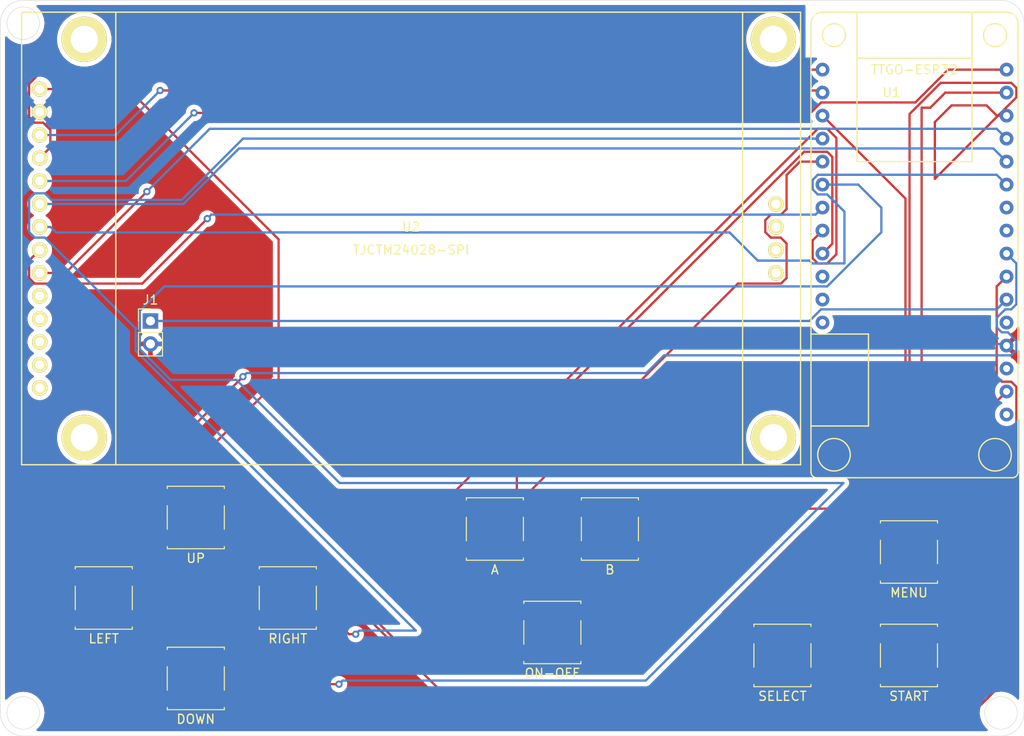
<source format=kicad_pcb>
(kicad_pcb (version 20171130) (host pcbnew "(5.1.0)-1")

  (general
    (thickness 1.6)
    (drawings 12)
    (tracks 305)
    (zones 0)
    (modules 13)
    (nets 21)
  )

  (page A4)
  (layers
    (0 F.Cu signal)
    (31 B.Cu signal)
    (32 B.Adhes user)
    (33 F.Adhes user)
    (34 B.Paste user)
    (35 F.Paste user)
    (36 B.SilkS user)
    (37 F.SilkS user)
    (38 B.Mask user)
    (39 F.Mask user)
    (40 Dwgs.User user)
    (41 Cmts.User user)
    (42 Eco1.User user)
    (43 Eco2.User user)
    (44 Edge.Cuts user)
    (45 Margin user)
    (46 B.CrtYd user)
    (47 F.CrtYd user)
    (48 B.Fab user)
    (49 F.Fab user)
  )

  (setup
    (last_trace_width 0.25)
    (trace_clearance 0.2)
    (zone_clearance 0.508)
    (zone_45_only no)
    (trace_min 0.2)
    (via_size 0.8)
    (via_drill 0.4)
    (via_min_size 0.4)
    (via_min_drill 0.3)
    (uvia_size 0.3)
    (uvia_drill 0.1)
    (uvias_allowed no)
    (uvia_min_size 0.2)
    (uvia_min_drill 0.1)
    (edge_width 0.05)
    (segment_width 0.2)
    (pcb_text_width 0.3)
    (pcb_text_size 1.5 1.5)
    (mod_edge_width 0.12)
    (mod_text_size 1 1)
    (mod_text_width 0.15)
    (pad_size 1.524 1.524)
    (pad_drill 0.762)
    (pad_to_mask_clearance 0.051)
    (solder_mask_min_width 0.25)
    (aux_axis_origin 0 0)
    (visible_elements FFFFFF7F)
    (pcbplotparams
      (layerselection 0x010fc_ffffffff)
      (usegerberextensions false)
      (usegerberattributes false)
      (usegerberadvancedattributes false)
      (creategerberjobfile false)
      (excludeedgelayer true)
      (linewidth 0.100000)
      (plotframeref false)
      (viasonmask false)
      (mode 1)
      (useauxorigin false)
      (hpglpennumber 1)
      (hpglpenspeed 20)
      (hpglpendiameter 15.000000)
      (psnegative false)
      (psa4output false)
      (plotreference true)
      (plotvalue true)
      (plotinvisibletext false)
      (padsonsilk false)
      (subtractmaskfromsilk false)
      (outputformat 1)
      (mirror false)
      (drillshape 0)
      (scaleselection 1)
      (outputdirectory "gerber/"))
  )

  (net 0 "")
  (net 1 GND)
  (net 2 /SOUND)
  (net 3 /IO34)
  (net 4 +3V3)
  (net 5 /IO33)
  (net 6 /IO39)
  (net 7 /IO35)
  (net 8 /IO32)
  (net 9 /IO12)
  (net 10 /IO16)
  (net 11 /IO17)
  (net 12 /IO13)
  (net 13 /IO14)
  (net 14 /SCK)
  (net 15 /MOSI)
  (net 16 /MISO)
  (net 17 /GPIO21)
  (net 18 /RESET)
  (net 19 /GPIO22)
  (net 20 /GPIO27)

  (net_class Default "This is the default net class."
    (clearance 0.2)
    (trace_width 0.25)
    (via_dia 0.8)
    (via_drill 0.4)
    (uvia_dia 0.3)
    (uvia_drill 0.1)
    (add_net +3V3)
    (add_net /GPIO21)
    (add_net /GPIO22)
    (add_net /GPIO27)
    (add_net /IO12)
    (add_net /IO13)
    (add_net /IO14)
    (add_net /IO16)
    (add_net /IO17)
    (add_net /IO32)
    (add_net /IO33)
    (add_net /IO34)
    (add_net /IO35)
    (add_net /IO39)
    (add_net /MISO)
    (add_net /MOSI)
    (add_net /RESET)
    (add_net /SCK)
    (add_net /SOUND)
    (add_net GND)
  )

  (module Socket_Strips:Socket_Strip_Straight_1x02_Pitch2.54mm (layer F.Cu) (tedit 58CD5446) (tstamp 5CD06109)
    (at 91.5162 95.123)
    (descr "Through hole straight socket strip, 1x02, 2.54mm pitch, single row")
    (tags "Through hole socket strip THT 1x02 2.54mm single row")
    (path /5CD3A2F7)
    (fp_text reference J1 (at 0 -2.33) (layer F.SilkS)
      (effects (font (size 1 1) (thickness 0.15)))
    )
    (fp_text value SPK1 (at 0 4.87) (layer F.Fab)
      (effects (font (size 1 1) (thickness 0.15)))
    )
    (fp_text user %R (at 0 -2.33) (layer F.Fab)
      (effects (font (size 1 1) (thickness 0.15)))
    )
    (fp_line (start 1.8 -1.8) (end -1.8 -1.8) (layer F.CrtYd) (width 0.05))
    (fp_line (start 1.8 4.35) (end 1.8 -1.8) (layer F.CrtYd) (width 0.05))
    (fp_line (start -1.8 4.35) (end 1.8 4.35) (layer F.CrtYd) (width 0.05))
    (fp_line (start -1.8 -1.8) (end -1.8 4.35) (layer F.CrtYd) (width 0.05))
    (fp_line (start -1.33 -1.33) (end 0 -1.33) (layer F.SilkS) (width 0.12))
    (fp_line (start -1.33 0) (end -1.33 -1.33) (layer F.SilkS) (width 0.12))
    (fp_line (start 1.33 1.27) (end -1.33 1.27) (layer F.SilkS) (width 0.12))
    (fp_line (start 1.33 3.87) (end 1.33 1.27) (layer F.SilkS) (width 0.12))
    (fp_line (start -1.33 3.87) (end 1.33 3.87) (layer F.SilkS) (width 0.12))
    (fp_line (start -1.33 1.27) (end -1.33 3.87) (layer F.SilkS) (width 0.12))
    (fp_line (start 1.27 -1.27) (end -1.27 -1.27) (layer F.Fab) (width 0.1))
    (fp_line (start 1.27 3.81) (end 1.27 -1.27) (layer F.Fab) (width 0.1))
    (fp_line (start -1.27 3.81) (end 1.27 3.81) (layer F.Fab) (width 0.1))
    (fp_line (start -1.27 -1.27) (end -1.27 3.81) (layer F.Fab) (width 0.1))
    (pad 2 thru_hole oval (at 0 2.54) (size 1.7 1.7) (drill 1) (layers *.Cu *.Mask)
      (net 1 GND))
    (pad 1 thru_hole rect (at 0 0) (size 1.7 1.7) (drill 1) (layers *.Cu *.Mask)
      (net 2 /SOUND))
  )

  (module Buttons_Switches_SMD:SW_SPST_B3S-1000 (layer F.Cu) (tedit 58724047) (tstamp 5CD06123)
    (at 96.52 116.84)
    (descr "Surface Mount Tactile Switch for High-Density Packaging")
    (tags "Tactile Switch")
    (path /5CD0B27B)
    (attr smd)
    (fp_text reference SW1 (at 0 -4.5) (layer F.SilkS) hide
      (effects (font (size 1 1) (thickness 0.15)))
    )
    (fp_text value UP (at 0 4.5) (layer F.SilkS)
      (effects (font (size 1 1) (thickness 0.15)))
    )
    (fp_line (start -3 3.3) (end -3 -3.3) (layer F.Fab) (width 0.1))
    (fp_line (start 3 3.3) (end -3 3.3) (layer F.Fab) (width 0.1))
    (fp_line (start 3 -3.3) (end 3 3.3) (layer F.Fab) (width 0.1))
    (fp_line (start -3 -3.3) (end 3 -3.3) (layer F.Fab) (width 0.1))
    (fp_circle (center 0 0) (end 1.65 0) (layer F.Fab) (width 0.1))
    (fp_line (start 3.15 -1.3) (end 3.15 1.3) (layer F.SilkS) (width 0.12))
    (fp_line (start -3.15 3.45) (end -3.15 3.2) (layer F.SilkS) (width 0.12))
    (fp_line (start 3.15 3.45) (end -3.15 3.45) (layer F.SilkS) (width 0.12))
    (fp_line (start 3.15 3.2) (end 3.15 3.45) (layer F.SilkS) (width 0.12))
    (fp_line (start -3.15 1.3) (end -3.15 -1.3) (layer F.SilkS) (width 0.12))
    (fp_line (start 3.15 -3.45) (end 3.15 -3.2) (layer F.SilkS) (width 0.12))
    (fp_line (start -3.15 -3.45) (end 3.15 -3.45) (layer F.SilkS) (width 0.12))
    (fp_line (start -3.15 -3.2) (end -3.15 -3.45) (layer F.SilkS) (width 0.12))
    (fp_line (start -5 -3.7) (end -5 3.7) (layer F.CrtYd) (width 0.05))
    (fp_line (start 5 -3.7) (end -5 -3.7) (layer F.CrtYd) (width 0.05))
    (fp_line (start 5 3.7) (end 5 -3.7) (layer F.CrtYd) (width 0.05))
    (fp_line (start -5 3.7) (end 5 3.7) (layer F.CrtYd) (width 0.05))
    (fp_text user %R (at 0 -4.5) (layer F.Fab)
      (effects (font (size 1 1) (thickness 0.15)))
    )
    (pad 2 smd rect (at 3.975 2.25) (size 1.55 1.3) (layers F.Cu F.Paste F.Mask)
      (net 3 /IO34))
    (pad 2 smd rect (at -3.975 2.25) (size 1.55 1.3) (layers F.Cu F.Paste F.Mask)
      (net 3 /IO34))
    (pad 1 smd rect (at 3.975 -2.25) (size 1.55 1.3) (layers F.Cu F.Paste F.Mask)
      (net 4 +3V3))
    (pad 1 smd rect (at -3.975 -2.25) (size 1.55 1.3) (layers F.Cu F.Paste F.Mask)
      (net 4 +3V3))
    (model ${KISYS3DMOD}/Buttons_Switches_SMD.3dshapes/SW_SPST_B3S-1000.wrl
      (at (xyz 0 0 0))
      (scale (xyz 1 1 1))
      (rotate (xyz 0 0 0))
    )
  )

  (module Buttons_Switches_SMD:SW_SPST_B3S-1000 (layer F.Cu) (tedit 58724047) (tstamp 5CD0613D)
    (at 96.52 134.62)
    (descr "Surface Mount Tactile Switch for High-Density Packaging")
    (tags "Tactile Switch")
    (path /5CD0B95A)
    (attr smd)
    (fp_text reference SW2 (at 0 -4.5) (layer F.SilkS) hide
      (effects (font (size 1 1) (thickness 0.15)))
    )
    (fp_text value DOWN (at 0 4.5) (layer F.SilkS)
      (effects (font (size 1 1) (thickness 0.15)))
    )
    (fp_text user %R (at 0 -4.5) (layer F.Fab)
      (effects (font (size 1 1) (thickness 0.15)))
    )
    (fp_line (start -5 3.7) (end 5 3.7) (layer F.CrtYd) (width 0.05))
    (fp_line (start 5 3.7) (end 5 -3.7) (layer F.CrtYd) (width 0.05))
    (fp_line (start 5 -3.7) (end -5 -3.7) (layer F.CrtYd) (width 0.05))
    (fp_line (start -5 -3.7) (end -5 3.7) (layer F.CrtYd) (width 0.05))
    (fp_line (start -3.15 -3.2) (end -3.15 -3.45) (layer F.SilkS) (width 0.12))
    (fp_line (start -3.15 -3.45) (end 3.15 -3.45) (layer F.SilkS) (width 0.12))
    (fp_line (start 3.15 -3.45) (end 3.15 -3.2) (layer F.SilkS) (width 0.12))
    (fp_line (start -3.15 1.3) (end -3.15 -1.3) (layer F.SilkS) (width 0.12))
    (fp_line (start 3.15 3.2) (end 3.15 3.45) (layer F.SilkS) (width 0.12))
    (fp_line (start 3.15 3.45) (end -3.15 3.45) (layer F.SilkS) (width 0.12))
    (fp_line (start -3.15 3.45) (end -3.15 3.2) (layer F.SilkS) (width 0.12))
    (fp_line (start 3.15 -1.3) (end 3.15 1.3) (layer F.SilkS) (width 0.12))
    (fp_circle (center 0 0) (end 1.65 0) (layer F.Fab) (width 0.1))
    (fp_line (start -3 -3.3) (end 3 -3.3) (layer F.Fab) (width 0.1))
    (fp_line (start 3 -3.3) (end 3 3.3) (layer F.Fab) (width 0.1))
    (fp_line (start 3 3.3) (end -3 3.3) (layer F.Fab) (width 0.1))
    (fp_line (start -3 3.3) (end -3 -3.3) (layer F.Fab) (width 0.1))
    (pad 1 smd rect (at -3.975 -2.25) (size 1.55 1.3) (layers F.Cu F.Paste F.Mask)
      (net 4 +3V3))
    (pad 1 smd rect (at 3.975 -2.25) (size 1.55 1.3) (layers F.Cu F.Paste F.Mask)
      (net 4 +3V3))
    (pad 2 smd rect (at -3.975 2.25) (size 1.55 1.3) (layers F.Cu F.Paste F.Mask)
      (net 5 /IO33))
    (pad 2 smd rect (at 3.975 2.25) (size 1.55 1.3) (layers F.Cu F.Paste F.Mask)
      (net 5 /IO33))
    (model ${KISYS3DMOD}/Buttons_Switches_SMD.3dshapes/SW_SPST_B3S-1000.wrl
      (at (xyz 0 0 0))
      (scale (xyz 1 1 1))
      (rotate (xyz 0 0 0))
    )
  )

  (module Buttons_Switches_SMD:SW_SPST_B3S-1000 (layer F.Cu) (tedit 58724047) (tstamp 5CD06157)
    (at 86.36 125.73)
    (descr "Surface Mount Tactile Switch for High-Density Packaging")
    (tags "Tactile Switch")
    (path /5CD0D342)
    (attr smd)
    (fp_text reference SW3 (at 0 -4.5) (layer F.SilkS) hide
      (effects (font (size 1 1) (thickness 0.15)))
    )
    (fp_text value LEFT (at 0 4.5) (layer F.SilkS)
      (effects (font (size 1 1) (thickness 0.15)))
    )
    (fp_line (start -3 3.3) (end -3 -3.3) (layer F.Fab) (width 0.1))
    (fp_line (start 3 3.3) (end -3 3.3) (layer F.Fab) (width 0.1))
    (fp_line (start 3 -3.3) (end 3 3.3) (layer F.Fab) (width 0.1))
    (fp_line (start -3 -3.3) (end 3 -3.3) (layer F.Fab) (width 0.1))
    (fp_circle (center 0 0) (end 1.65 0) (layer F.Fab) (width 0.1))
    (fp_line (start 3.15 -1.3) (end 3.15 1.3) (layer F.SilkS) (width 0.12))
    (fp_line (start -3.15 3.45) (end -3.15 3.2) (layer F.SilkS) (width 0.12))
    (fp_line (start 3.15 3.45) (end -3.15 3.45) (layer F.SilkS) (width 0.12))
    (fp_line (start 3.15 3.2) (end 3.15 3.45) (layer F.SilkS) (width 0.12))
    (fp_line (start -3.15 1.3) (end -3.15 -1.3) (layer F.SilkS) (width 0.12))
    (fp_line (start 3.15 -3.45) (end 3.15 -3.2) (layer F.SilkS) (width 0.12))
    (fp_line (start -3.15 -3.45) (end 3.15 -3.45) (layer F.SilkS) (width 0.12))
    (fp_line (start -3.15 -3.2) (end -3.15 -3.45) (layer F.SilkS) (width 0.12))
    (fp_line (start -5 -3.7) (end -5 3.7) (layer F.CrtYd) (width 0.05))
    (fp_line (start 5 -3.7) (end -5 -3.7) (layer F.CrtYd) (width 0.05))
    (fp_line (start 5 3.7) (end 5 -3.7) (layer F.CrtYd) (width 0.05))
    (fp_line (start -5 3.7) (end 5 3.7) (layer F.CrtYd) (width 0.05))
    (fp_text user %R (at 0 -4.5) (layer F.Fab)
      (effects (font (size 1 1) (thickness 0.15)))
    )
    (pad 2 smd rect (at 3.975 2.25) (size 1.55 1.3) (layers F.Cu F.Paste F.Mask)
      (net 6 /IO39))
    (pad 2 smd rect (at -3.975 2.25) (size 1.55 1.3) (layers F.Cu F.Paste F.Mask)
      (net 6 /IO39))
    (pad 1 smd rect (at 3.975 -2.25) (size 1.55 1.3) (layers F.Cu F.Paste F.Mask)
      (net 4 +3V3))
    (pad 1 smd rect (at -3.975 -2.25) (size 1.55 1.3) (layers F.Cu F.Paste F.Mask)
      (net 4 +3V3))
    (model ${KISYS3DMOD}/Buttons_Switches_SMD.3dshapes/SW_SPST_B3S-1000.wrl
      (at (xyz 0 0 0))
      (scale (xyz 1 1 1))
      (rotate (xyz 0 0 0))
    )
  )

  (module Buttons_Switches_SMD:SW_SPST_B3S-1000 (layer F.Cu) (tedit 58724047) (tstamp 5CD06171)
    (at 142.24 118.11)
    (descr "Surface Mount Tactile Switch for High-Density Packaging")
    (tags "Tactile Switch")
    (path /5CD0FD10)
    (attr smd)
    (fp_text reference SW4 (at 0 -4.5) (layer F.SilkS) hide
      (effects (font (size 1 1) (thickness 0.15)))
    )
    (fp_text value B (at 0 4.5) (layer F.SilkS)
      (effects (font (size 1 1) (thickness 0.15)))
    )
    (fp_line (start -3 3.3) (end -3 -3.3) (layer F.Fab) (width 0.1))
    (fp_line (start 3 3.3) (end -3 3.3) (layer F.Fab) (width 0.1))
    (fp_line (start 3 -3.3) (end 3 3.3) (layer F.Fab) (width 0.1))
    (fp_line (start -3 -3.3) (end 3 -3.3) (layer F.Fab) (width 0.1))
    (fp_circle (center 0 0) (end 1.65 0) (layer F.Fab) (width 0.1))
    (fp_line (start 3.15 -1.3) (end 3.15 1.3) (layer F.SilkS) (width 0.12))
    (fp_line (start -3.15 3.45) (end -3.15 3.2) (layer F.SilkS) (width 0.12))
    (fp_line (start 3.15 3.45) (end -3.15 3.45) (layer F.SilkS) (width 0.12))
    (fp_line (start 3.15 3.2) (end 3.15 3.45) (layer F.SilkS) (width 0.12))
    (fp_line (start -3.15 1.3) (end -3.15 -1.3) (layer F.SilkS) (width 0.12))
    (fp_line (start 3.15 -3.45) (end 3.15 -3.2) (layer F.SilkS) (width 0.12))
    (fp_line (start -3.15 -3.45) (end 3.15 -3.45) (layer F.SilkS) (width 0.12))
    (fp_line (start -3.15 -3.2) (end -3.15 -3.45) (layer F.SilkS) (width 0.12))
    (fp_line (start -5 -3.7) (end -5 3.7) (layer F.CrtYd) (width 0.05))
    (fp_line (start 5 -3.7) (end -5 -3.7) (layer F.CrtYd) (width 0.05))
    (fp_line (start 5 3.7) (end 5 -3.7) (layer F.CrtYd) (width 0.05))
    (fp_line (start -5 3.7) (end 5 3.7) (layer F.CrtYd) (width 0.05))
    (fp_text user %R (at 0 -4.5) (layer F.Fab)
      (effects (font (size 1 1) (thickness 0.15)))
    )
    (pad 2 smd rect (at 3.975 2.25) (size 1.55 1.3) (layers F.Cu F.Paste F.Mask)
      (net 7 /IO35))
    (pad 2 smd rect (at -3.975 2.25) (size 1.55 1.3) (layers F.Cu F.Paste F.Mask)
      (net 7 /IO35))
    (pad 1 smd rect (at 3.975 -2.25) (size 1.55 1.3) (layers F.Cu F.Paste F.Mask)
      (net 4 +3V3))
    (pad 1 smd rect (at -3.975 -2.25) (size 1.55 1.3) (layers F.Cu F.Paste F.Mask)
      (net 4 +3V3))
    (model ${KISYS3DMOD}/Buttons_Switches_SMD.3dshapes/SW_SPST_B3S-1000.wrl
      (at (xyz 0 0 0))
      (scale (xyz 1 1 1))
      (rotate (xyz 0 0 0))
    )
  )

  (module Buttons_Switches_SMD:SW_SPST_B3S-1000 (layer F.Cu) (tedit 58724047) (tstamp 5CD0618B)
    (at 106.68 125.73)
    (descr "Surface Mount Tactile Switch for High-Density Packaging")
    (tags "Tactile Switch")
    (path /5CD0E5BF)
    (attr smd)
    (fp_text reference SW5 (at 0 -4.5) (layer F.SilkS) hide
      (effects (font (size 1 1) (thickness 0.15)))
    )
    (fp_text value RIGHT (at 0 4.5) (layer F.SilkS)
      (effects (font (size 1 1) (thickness 0.15)))
    )
    (fp_text user %R (at 0 -4.5) (layer F.Fab)
      (effects (font (size 1 1) (thickness 0.15)))
    )
    (fp_line (start -5 3.7) (end 5 3.7) (layer F.CrtYd) (width 0.05))
    (fp_line (start 5 3.7) (end 5 -3.7) (layer F.CrtYd) (width 0.05))
    (fp_line (start 5 -3.7) (end -5 -3.7) (layer F.CrtYd) (width 0.05))
    (fp_line (start -5 -3.7) (end -5 3.7) (layer F.CrtYd) (width 0.05))
    (fp_line (start -3.15 -3.2) (end -3.15 -3.45) (layer F.SilkS) (width 0.12))
    (fp_line (start -3.15 -3.45) (end 3.15 -3.45) (layer F.SilkS) (width 0.12))
    (fp_line (start 3.15 -3.45) (end 3.15 -3.2) (layer F.SilkS) (width 0.12))
    (fp_line (start -3.15 1.3) (end -3.15 -1.3) (layer F.SilkS) (width 0.12))
    (fp_line (start 3.15 3.2) (end 3.15 3.45) (layer F.SilkS) (width 0.12))
    (fp_line (start 3.15 3.45) (end -3.15 3.45) (layer F.SilkS) (width 0.12))
    (fp_line (start -3.15 3.45) (end -3.15 3.2) (layer F.SilkS) (width 0.12))
    (fp_line (start 3.15 -1.3) (end 3.15 1.3) (layer F.SilkS) (width 0.12))
    (fp_circle (center 0 0) (end 1.65 0) (layer F.Fab) (width 0.1))
    (fp_line (start -3 -3.3) (end 3 -3.3) (layer F.Fab) (width 0.1))
    (fp_line (start 3 -3.3) (end 3 3.3) (layer F.Fab) (width 0.1))
    (fp_line (start 3 3.3) (end -3 3.3) (layer F.Fab) (width 0.1))
    (fp_line (start -3 3.3) (end -3 -3.3) (layer F.Fab) (width 0.1))
    (pad 1 smd rect (at -3.975 -2.25) (size 1.55 1.3) (layers F.Cu F.Paste F.Mask)
      (net 4 +3V3))
    (pad 1 smd rect (at 3.975 -2.25) (size 1.55 1.3) (layers F.Cu F.Paste F.Mask)
      (net 4 +3V3))
    (pad 2 smd rect (at -3.975 2.25) (size 1.55 1.3) (layers F.Cu F.Paste F.Mask)
      (net 8 /IO32))
    (pad 2 smd rect (at 3.975 2.25) (size 1.55 1.3) (layers F.Cu F.Paste F.Mask)
      (net 8 /IO32))
    (model ${KISYS3DMOD}/Buttons_Switches_SMD.3dshapes/SW_SPST_B3S-1000.wrl
      (at (xyz 0 0 0))
      (scale (xyz 1 1 1))
      (rotate (xyz 0 0 0))
    )
  )

  (module Buttons_Switches_SMD:SW_SPST_B3S-1000 (layer F.Cu) (tedit 58724047) (tstamp 5CD061A5)
    (at 135.89 129.54)
    (descr "Surface Mount Tactile Switch for High-Density Packaging")
    (tags "Tactile Switch")
    (path /5CD10576)
    (attr smd)
    (fp_text reference SW6 (at 0 -4.5) (layer F.SilkS) hide
      (effects (font (size 1 1) (thickness 0.15)))
    )
    (fp_text value ON-OFF (at 0 4.5) (layer F.SilkS)
      (effects (font (size 1 1) (thickness 0.15)))
    )
    (fp_line (start -3 3.3) (end -3 -3.3) (layer F.Fab) (width 0.1))
    (fp_line (start 3 3.3) (end -3 3.3) (layer F.Fab) (width 0.1))
    (fp_line (start 3 -3.3) (end 3 3.3) (layer F.Fab) (width 0.1))
    (fp_line (start -3 -3.3) (end 3 -3.3) (layer F.Fab) (width 0.1))
    (fp_circle (center 0 0) (end 1.65 0) (layer F.Fab) (width 0.1))
    (fp_line (start 3.15 -1.3) (end 3.15 1.3) (layer F.SilkS) (width 0.12))
    (fp_line (start -3.15 3.45) (end -3.15 3.2) (layer F.SilkS) (width 0.12))
    (fp_line (start 3.15 3.45) (end -3.15 3.45) (layer F.SilkS) (width 0.12))
    (fp_line (start 3.15 3.2) (end 3.15 3.45) (layer F.SilkS) (width 0.12))
    (fp_line (start -3.15 1.3) (end -3.15 -1.3) (layer F.SilkS) (width 0.12))
    (fp_line (start 3.15 -3.45) (end 3.15 -3.2) (layer F.SilkS) (width 0.12))
    (fp_line (start -3.15 -3.45) (end 3.15 -3.45) (layer F.SilkS) (width 0.12))
    (fp_line (start -3.15 -3.2) (end -3.15 -3.45) (layer F.SilkS) (width 0.12))
    (fp_line (start -5 -3.7) (end -5 3.7) (layer F.CrtYd) (width 0.05))
    (fp_line (start 5 -3.7) (end -5 -3.7) (layer F.CrtYd) (width 0.05))
    (fp_line (start 5 3.7) (end 5 -3.7) (layer F.CrtYd) (width 0.05))
    (fp_line (start -5 3.7) (end 5 3.7) (layer F.CrtYd) (width 0.05))
    (fp_text user %R (at 0 -4.5) (layer F.Fab)
      (effects (font (size 1 1) (thickness 0.15)))
    )
    (pad 2 smd rect (at 3.975 2.25) (size 1.55 1.3) (layers F.Cu F.Paste F.Mask)
      (net 9 /IO12))
    (pad 2 smd rect (at -3.975 2.25) (size 1.55 1.3) (layers F.Cu F.Paste F.Mask)
      (net 9 /IO12))
    (pad 1 smd rect (at 3.975 -2.25) (size 1.55 1.3) (layers F.Cu F.Paste F.Mask)
      (net 4 +3V3))
    (pad 1 smd rect (at -3.975 -2.25) (size 1.55 1.3) (layers F.Cu F.Paste F.Mask)
      (net 4 +3V3))
    (model ${KISYS3DMOD}/Buttons_Switches_SMD.3dshapes/SW_SPST_B3S-1000.wrl
      (at (xyz 0 0 0))
      (scale (xyz 1 1 1))
      (rotate (xyz 0 0 0))
    )
  )

  (module Buttons_Switches_SMD:SW_SPST_B3S-1000 (layer F.Cu) (tedit 58724047) (tstamp 5CD061BF)
    (at 175.26 120.65)
    (descr "Surface Mount Tactile Switch for High-Density Packaging")
    (tags "Tactile Switch")
    (path /5CD12883)
    (attr smd)
    (fp_text reference SW7 (at 0 -4.5) (layer F.SilkS) hide
      (effects (font (size 1 1) (thickness 0.15)))
    )
    (fp_text value MENU (at 0 4.5) (layer F.SilkS)
      (effects (font (size 1 1) (thickness 0.15)))
    )
    (fp_text user %R (at 0 -4.5) (layer F.Fab)
      (effects (font (size 1 1) (thickness 0.15)))
    )
    (fp_line (start -5 3.7) (end 5 3.7) (layer F.CrtYd) (width 0.05))
    (fp_line (start 5 3.7) (end 5 -3.7) (layer F.CrtYd) (width 0.05))
    (fp_line (start 5 -3.7) (end -5 -3.7) (layer F.CrtYd) (width 0.05))
    (fp_line (start -5 -3.7) (end -5 3.7) (layer F.CrtYd) (width 0.05))
    (fp_line (start -3.15 -3.2) (end -3.15 -3.45) (layer F.SilkS) (width 0.12))
    (fp_line (start -3.15 -3.45) (end 3.15 -3.45) (layer F.SilkS) (width 0.12))
    (fp_line (start 3.15 -3.45) (end 3.15 -3.2) (layer F.SilkS) (width 0.12))
    (fp_line (start -3.15 1.3) (end -3.15 -1.3) (layer F.SilkS) (width 0.12))
    (fp_line (start 3.15 3.2) (end 3.15 3.45) (layer F.SilkS) (width 0.12))
    (fp_line (start 3.15 3.45) (end -3.15 3.45) (layer F.SilkS) (width 0.12))
    (fp_line (start -3.15 3.45) (end -3.15 3.2) (layer F.SilkS) (width 0.12))
    (fp_line (start 3.15 -1.3) (end 3.15 1.3) (layer F.SilkS) (width 0.12))
    (fp_circle (center 0 0) (end 1.65 0) (layer F.Fab) (width 0.1))
    (fp_line (start -3 -3.3) (end 3 -3.3) (layer F.Fab) (width 0.1))
    (fp_line (start 3 -3.3) (end 3 3.3) (layer F.Fab) (width 0.1))
    (fp_line (start 3 3.3) (end -3 3.3) (layer F.Fab) (width 0.1))
    (fp_line (start -3 3.3) (end -3 -3.3) (layer F.Fab) (width 0.1))
    (pad 1 smd rect (at -3.975 -2.25) (size 1.55 1.3) (layers F.Cu F.Paste F.Mask)
      (net 4 +3V3))
    (pad 1 smd rect (at 3.975 -2.25) (size 1.55 1.3) (layers F.Cu F.Paste F.Mask)
      (net 4 +3V3))
    (pad 2 smd rect (at -3.975 2.25) (size 1.55 1.3) (layers F.Cu F.Paste F.Mask)
      (net 10 /IO16))
    (pad 2 smd rect (at 3.975 2.25) (size 1.55 1.3) (layers F.Cu F.Paste F.Mask)
      (net 10 /IO16))
    (model ${KISYS3DMOD}/Buttons_Switches_SMD.3dshapes/SW_SPST_B3S-1000.wrl
      (at (xyz 0 0 0))
      (scale (xyz 1 1 1))
      (rotate (xyz 0 0 0))
    )
  )

  (module Buttons_Switches_SMD:SW_SPST_B3S-1000 (layer F.Cu) (tedit 58724047) (tstamp 5CD061D9)
    (at 161.29 132.08)
    (descr "Surface Mount Tactile Switch for High-Density Packaging")
    (tags "Tactile Switch")
    (path /5CD0F166)
    (attr smd)
    (fp_text reference SW8 (at 0 -4.5) (layer F.SilkS) hide
      (effects (font (size 1 1) (thickness 0.15)))
    )
    (fp_text value SELECT (at 0 4.5) (layer F.SilkS)
      (effects (font (size 1 1) (thickness 0.15)))
    )
    (fp_line (start -3 3.3) (end -3 -3.3) (layer F.Fab) (width 0.1))
    (fp_line (start 3 3.3) (end -3 3.3) (layer F.Fab) (width 0.1))
    (fp_line (start 3 -3.3) (end 3 3.3) (layer F.Fab) (width 0.1))
    (fp_line (start -3 -3.3) (end 3 -3.3) (layer F.Fab) (width 0.1))
    (fp_circle (center 0 0) (end 1.65 0) (layer F.Fab) (width 0.1))
    (fp_line (start 3.15 -1.3) (end 3.15 1.3) (layer F.SilkS) (width 0.12))
    (fp_line (start -3.15 3.45) (end -3.15 3.2) (layer F.SilkS) (width 0.12))
    (fp_line (start 3.15 3.45) (end -3.15 3.45) (layer F.SilkS) (width 0.12))
    (fp_line (start 3.15 3.2) (end 3.15 3.45) (layer F.SilkS) (width 0.12))
    (fp_line (start -3.15 1.3) (end -3.15 -1.3) (layer F.SilkS) (width 0.12))
    (fp_line (start 3.15 -3.45) (end 3.15 -3.2) (layer F.SilkS) (width 0.12))
    (fp_line (start -3.15 -3.45) (end 3.15 -3.45) (layer F.SilkS) (width 0.12))
    (fp_line (start -3.15 -3.2) (end -3.15 -3.45) (layer F.SilkS) (width 0.12))
    (fp_line (start -5 -3.7) (end -5 3.7) (layer F.CrtYd) (width 0.05))
    (fp_line (start 5 -3.7) (end -5 -3.7) (layer F.CrtYd) (width 0.05))
    (fp_line (start 5 3.7) (end 5 -3.7) (layer F.CrtYd) (width 0.05))
    (fp_line (start -5 3.7) (end 5 3.7) (layer F.CrtYd) (width 0.05))
    (fp_text user %R (at 0 -4.5) (layer F.Fab)
      (effects (font (size 1 1) (thickness 0.15)))
    )
    (pad 2 smd rect (at 3.975 2.25) (size 1.55 1.3) (layers F.Cu F.Paste F.Mask)
      (net 11 /IO17))
    (pad 2 smd rect (at -3.975 2.25) (size 1.55 1.3) (layers F.Cu F.Paste F.Mask)
      (net 11 /IO17))
    (pad 1 smd rect (at 3.975 -2.25) (size 1.55 1.3) (layers F.Cu F.Paste F.Mask)
      (net 4 +3V3))
    (pad 1 smd rect (at -3.975 -2.25) (size 1.55 1.3) (layers F.Cu F.Paste F.Mask)
      (net 4 +3V3))
    (model ${KISYS3DMOD}/Buttons_Switches_SMD.3dshapes/SW_SPST_B3S-1000.wrl
      (at (xyz 0 0 0))
      (scale (xyz 1 1 1))
      (rotate (xyz 0 0 0))
    )
  )

  (module Buttons_Switches_SMD:SW_SPST_B3S-1000 (layer F.Cu) (tedit 58724047) (tstamp 5CD061F3)
    (at 129.54 118.11)
    (descr "Surface Mount Tactile Switch for High-Density Packaging")
    (tags "Tactile Switch")
    (path /5CD1013F)
    (attr smd)
    (fp_text reference SW9 (at 0 -4.5) (layer F.SilkS) hide
      (effects (font (size 1 1) (thickness 0.15)))
    )
    (fp_text value A (at 0 4.5) (layer F.SilkS)
      (effects (font (size 1 1) (thickness 0.15)))
    )
    (fp_text user %R (at 0 -4.5) (layer F.Fab)
      (effects (font (size 1 1) (thickness 0.15)))
    )
    (fp_line (start -5 3.7) (end 5 3.7) (layer F.CrtYd) (width 0.05))
    (fp_line (start 5 3.7) (end 5 -3.7) (layer F.CrtYd) (width 0.05))
    (fp_line (start 5 -3.7) (end -5 -3.7) (layer F.CrtYd) (width 0.05))
    (fp_line (start -5 -3.7) (end -5 3.7) (layer F.CrtYd) (width 0.05))
    (fp_line (start -3.15 -3.2) (end -3.15 -3.45) (layer F.SilkS) (width 0.12))
    (fp_line (start -3.15 -3.45) (end 3.15 -3.45) (layer F.SilkS) (width 0.12))
    (fp_line (start 3.15 -3.45) (end 3.15 -3.2) (layer F.SilkS) (width 0.12))
    (fp_line (start -3.15 1.3) (end -3.15 -1.3) (layer F.SilkS) (width 0.12))
    (fp_line (start 3.15 3.2) (end 3.15 3.45) (layer F.SilkS) (width 0.12))
    (fp_line (start 3.15 3.45) (end -3.15 3.45) (layer F.SilkS) (width 0.12))
    (fp_line (start -3.15 3.45) (end -3.15 3.2) (layer F.SilkS) (width 0.12))
    (fp_line (start 3.15 -1.3) (end 3.15 1.3) (layer F.SilkS) (width 0.12))
    (fp_circle (center 0 0) (end 1.65 0) (layer F.Fab) (width 0.1))
    (fp_line (start -3 -3.3) (end 3 -3.3) (layer F.Fab) (width 0.1))
    (fp_line (start 3 -3.3) (end 3 3.3) (layer F.Fab) (width 0.1))
    (fp_line (start 3 3.3) (end -3 3.3) (layer F.Fab) (width 0.1))
    (fp_line (start -3 3.3) (end -3 -3.3) (layer F.Fab) (width 0.1))
    (pad 1 smd rect (at -3.975 -2.25) (size 1.55 1.3) (layers F.Cu F.Paste F.Mask)
      (net 4 +3V3))
    (pad 1 smd rect (at 3.975 -2.25) (size 1.55 1.3) (layers F.Cu F.Paste F.Mask)
      (net 4 +3V3))
    (pad 2 smd rect (at -3.975 2.25) (size 1.55 1.3) (layers F.Cu F.Paste F.Mask)
      (net 12 /IO13))
    (pad 2 smd rect (at 3.975 2.25) (size 1.55 1.3) (layers F.Cu F.Paste F.Mask)
      (net 12 /IO13))
    (model ${KISYS3DMOD}/Buttons_Switches_SMD.3dshapes/SW_SPST_B3S-1000.wrl
      (at (xyz 0 0 0))
      (scale (xyz 1 1 1))
      (rotate (xyz 0 0 0))
    )
  )

  (module Buttons_Switches_SMD:SW_SPST_B3S-1000 (layer F.Cu) (tedit 58724047) (tstamp 5CD0620D)
    (at 175.26 132.08)
    (descr "Surface Mount Tactile Switch for High-Density Packaging")
    (tags "Tactile Switch")
    (path /5CD0F80C)
    (attr smd)
    (fp_text reference SW10 (at 0 -4.5) (layer F.SilkS) hide
      (effects (font (size 1 1) (thickness 0.15)))
    )
    (fp_text value START (at 0 4.5) (layer F.SilkS)
      (effects (font (size 1 1) (thickness 0.15)))
    )
    (fp_text user %R (at 0 -4.5) (layer F.Fab)
      (effects (font (size 1 1) (thickness 0.15)))
    )
    (fp_line (start -5 3.7) (end 5 3.7) (layer F.CrtYd) (width 0.05))
    (fp_line (start 5 3.7) (end 5 -3.7) (layer F.CrtYd) (width 0.05))
    (fp_line (start 5 -3.7) (end -5 -3.7) (layer F.CrtYd) (width 0.05))
    (fp_line (start -5 -3.7) (end -5 3.7) (layer F.CrtYd) (width 0.05))
    (fp_line (start -3.15 -3.2) (end -3.15 -3.45) (layer F.SilkS) (width 0.12))
    (fp_line (start -3.15 -3.45) (end 3.15 -3.45) (layer F.SilkS) (width 0.12))
    (fp_line (start 3.15 -3.45) (end 3.15 -3.2) (layer F.SilkS) (width 0.12))
    (fp_line (start -3.15 1.3) (end -3.15 -1.3) (layer F.SilkS) (width 0.12))
    (fp_line (start 3.15 3.2) (end 3.15 3.45) (layer F.SilkS) (width 0.12))
    (fp_line (start 3.15 3.45) (end -3.15 3.45) (layer F.SilkS) (width 0.12))
    (fp_line (start -3.15 3.45) (end -3.15 3.2) (layer F.SilkS) (width 0.12))
    (fp_line (start 3.15 -1.3) (end 3.15 1.3) (layer F.SilkS) (width 0.12))
    (fp_circle (center 0 0) (end 1.65 0) (layer F.Fab) (width 0.1))
    (fp_line (start -3 -3.3) (end 3 -3.3) (layer F.Fab) (width 0.1))
    (fp_line (start 3 -3.3) (end 3 3.3) (layer F.Fab) (width 0.1))
    (fp_line (start 3 3.3) (end -3 3.3) (layer F.Fab) (width 0.1))
    (fp_line (start -3 3.3) (end -3 -3.3) (layer F.Fab) (width 0.1))
    (pad 1 smd rect (at -3.975 -2.25) (size 1.55 1.3) (layers F.Cu F.Paste F.Mask)
      (net 4 +3V3))
    (pad 1 smd rect (at 3.975 -2.25) (size 1.55 1.3) (layers F.Cu F.Paste F.Mask)
      (net 4 +3V3))
    (pad 2 smd rect (at -3.975 2.25) (size 1.55 1.3) (layers F.Cu F.Paste F.Mask)
      (net 13 /IO14))
    (pad 2 smd rect (at 3.975 2.25) (size 1.55 1.3) (layers F.Cu F.Paste F.Mask)
      (net 13 /IO14))
    (model ${KISYS3DMOD}/Buttons_Switches_SMD.3dshapes/SW_SPST_B3S-1000.wrl
      (at (xyz 0 0 0))
      (scale (xyz 1 1 1))
      (rotate (xyz 0 0 0))
    )
  )

  (module TTGO-LoraCom:TTGO-ESP32 (layer F.Cu) (tedit 5CAB0F53) (tstamp 5CD06242)
    (at 165.711001 113.079601)
    (path /5CD045E0)
    (fp_text reference U1 (at 7.62 -43.18) (layer F.SilkS)
      (effects (font (size 1 1) (thickness 0.15)))
    )
    (fp_text value TTGO-ESP32 (at 10.16 -45.72) (layer F.SilkS)
      (effects (font (size 1 1) (thickness 0.15)))
    )
    (fp_arc (start -0.635 -1.27) (end -0.635 -0.635) (angle 90) (layer F.SilkS) (width 0.15))
    (fp_arc (start 20.955 -1.27) (end 21.59 -1.27) (angle 90) (layer F.SilkS) (width 0.15))
    (fp_line (start -0.635 -0.635) (end 20.955 -0.635) (layer F.SilkS) (width 0.15))
    (fp_line (start -1.27 -16.51) (end 5.08 -16.51) (layer F.SilkS) (width 0.15))
    (fp_line (start 5.08 -16.51) (end 5.08 -6.35) (layer F.SilkS) (width 0.15))
    (fp_line (start 5.08 -6.35) (end -1.27 -6.35) (layer F.SilkS) (width 0.15))
    (fp_line (start 3.81 -46.99) (end 3.81 -35.56) (layer F.SilkS) (width 0.15))
    (fp_line (start 3.81 -35.56) (end 16.51 -35.56) (layer F.SilkS) (width 0.15))
    (fp_line (start 16.51 -35.56) (end 16.51 -46.99) (layer F.SilkS) (width 0.15))
    (fp_line (start 3.81 -52.07) (end 3.81 -46.99) (layer F.SilkS) (width 0.15))
    (fp_line (start 3.81 -46.99) (end 16.51 -46.99) (layer F.SilkS) (width 0.15))
    (fp_line (start 16.51 -46.99) (end 16.51 -52.07) (layer F.SilkS) (width 0.15))
    (fp_circle (center 19.05 -3.175) (end 20.32 -4.445) (layer F.SilkS) (width 0.15))
    (fp_circle (center 1.27 -3.175) (end 2.54 -4.445) (layer F.SilkS) (width 0.15))
    (fp_circle (center 1.27 -49.53) (end 2.54 -49.53) (layer F.SilkS) (width 0.15))
    (fp_circle (center 19.05 -49.53) (end 20.32 -49.53) (layer F.SilkS) (width 0.15))
    (fp_arc (start 20.32 -50.8) (end 20.32 -52.07) (angle 90) (layer F.SilkS) (width 0.15))
    (fp_arc (start 0 -50.8) (end -1.27 -50.8) (angle 90) (layer F.SilkS) (width 0.15))
    (fp_line (start 0 -52.07) (end 20.32 -52.07) (layer F.SilkS) (width 0.15))
    (fp_line (start -1.27 -50.8) (end -1.27 -1.27) (layer F.SilkS) (width 0.15))
    (fp_line (start 21.59 -1.27) (end 21.59 -50.8) (layer F.SilkS) (width 0.15))
    (pad 1 thru_hole circle (at 20.32 -7.62) (size 1.524 1.524) (drill 0.762) (layers *.Cu *.Mask))
    (pad 2 thru_hole circle (at 20.32 -10.16) (size 1.524 1.524) (drill 0.762) (layers *.Cu *.Mask)
      (net 4 +3V3))
    (pad 3 thru_hole circle (at 20.32 -12.7) (size 1.524 1.524) (drill 0.762) (layers *.Cu *.Mask))
    (pad 4 thru_hole circle (at 20.32 -15.24) (size 1.524 1.524) (drill 0.762) (layers *.Cu *.Mask)
      (net 1 GND))
    (pad 5 thru_hole circle (at 20.32 -17.78) (size 1.524 1.524) (drill 0.762) (layers *.Cu *.Mask))
    (pad 6 thru_hole circle (at 20.32 -20.32) (size 1.524 1.524) (drill 0.762) (layers *.Cu *.Mask)
      (net 2 /SOUND))
    (pad 7 thru_hole circle (at 20.32 -22.86) (size 1.524 1.524) (drill 0.762) (layers *.Cu *.Mask)
      (net 3 /IO34))
    (pad 8 thru_hole circle (at 20.32 -25.4) (size 1.524 1.524) (drill 0.762) (layers *.Cu *.Mask)
      (net 6 /IO39))
    (pad 9 thru_hole circle (at 20.32 -27.94) (size 1.524 1.524) (drill 0.762) (layers *.Cu *.Mask))
    (pad 10 thru_hole circle (at 20.32 -30.48) (size 1.524 1.524) (drill 0.762) (layers *.Cu *.Mask))
    (pad 11 thru_hole circle (at 20.32 -33.02) (size 1.524 1.524) (drill 0.762) (layers *.Cu *.Mask)
      (net 14 /SCK))
    (pad 12 thru_hole circle (at 20.32 -35.56) (size 1.524 1.524) (drill 0.762) (layers *.Cu *.Mask)
      (net 15 /MOSI))
    (pad 13 thru_hole circle (at 20.32 -38.1) (size 1.524 1.524) (drill 0.762) (layers *.Cu *.Mask)
      (net 16 /MISO))
    (pad 14 thru_hole circle (at 20.32 -40.64) (size 1.524 1.524) (drill 0.762) (layers *.Cu *.Mask)
      (net 10 /IO16))
    (pad 15 thru_hole circle (at 20.32 -43.18) (size 1.524 1.524) (drill 0.762) (layers *.Cu *.Mask)
      (net 11 /IO17))
    (pad 16 thru_hole circle (at 20.32 -45.72) (size 1.524 1.524) (drill 0.762) (layers *.Cu *.Mask)
      (net 17 /GPIO21))
    (pad 17 thru_hole circle (at 0 -45.72) (size 1.524 1.524) (drill 0.762) (layers *.Cu *.Mask)
      (net 18 /RESET))
    (pad 18 thru_hole circle (at 0 -43.18) (size 1.524 1.524) (drill 0.762) (layers *.Cu *.Mask)
      (net 19 /GPIO22))
    (pad 19 thru_hole circle (at 0 -40.64) (size 1.524 1.524) (drill 0.762) (layers *.Cu *.Mask)
      (net 13 /IO14))
    (pad 20 thru_hole circle (at 0 -38.1) (size 1.524 1.524) (drill 0.762) (layers *.Cu *.Mask)
      (net 8 /IO32))
    (pad 21 thru_hole circle (at 0 -35.56) (size 1.524 1.524) (drill 0.762) (layers *.Cu *.Mask)
      (net 7 /IO35))
    (pad 22 thru_hole circle (at 0 -33.02) (size 1.524 1.524) (drill 0.762) (layers *.Cu *.Mask)
      (net 5 /IO33))
    (pad 23 thru_hole circle (at 0 -30.48) (size 1.524 1.524) (drill 0.762) (layers *.Cu *.Mask)
      (net 20 /GPIO27))
    (pad 24 thru_hole circle (at 0 -27.94) (size 1.524 1.524) (drill 0.762) (layers *.Cu *.Mask)
      (net 9 /IO12))
    (pad 25 thru_hole circle (at 0 -25.4) (size 1.524 1.524) (drill 0.762) (layers *.Cu *.Mask)
      (net 12 /IO13))
    (pad 26 thru_hole circle (at 0 -22.86) (size 1.524 1.524) (drill 0.762) (layers *.Cu *.Mask))
    (pad 27 thru_hole circle (at 0 -20.32) (size 1.524 1.524) (drill 0.762) (layers *.Cu *.Mask))
    (pad 28 thru_hole circle (at 0 -17.78) (size 1.524 1.524) (drill 0.762) (layers *.Cu *.Mask))
  )

  (module TTGO-LoraCom:TJCTM24028-SPI (layer F.Cu) (tedit 5CD0556E) (tstamp 5CD06262)
    (at 120.291001 86.009601)
    (path /5CD059A2)
    (fp_text reference U2 (at 0 -1.27) (layer F.SilkS)
      (effects (font (size 1 1) (thickness 0.15)))
    )
    (fp_text value TJCTM24028-SPI (at 0 1.27) (layer F.SilkS)
      (effects (font (size 1 1) (thickness 0.15)))
    )
    (fp_line (start 43 -25) (end -43 -25) (layer F.SilkS) (width 0.15))
    (fp_line (start 43 25) (end 43 -25) (layer F.SilkS) (width 0.15))
    (fp_line (start -43 25) (end 43 25) (layer F.SilkS) (width 0.15))
    (fp_line (start -43 -25) (end -43 25) (layer F.SilkS) (width 0.15))
    (fp_line (start 36.6 -25) (end 36.6 25) (layer F.SilkS) (width 0.15))
    (fp_line (start -32.6 -25) (end -32.6 25) (layer F.SilkS) (width 0.15))
    (pad 18 thru_hole circle (at 40.28 3.81) (size 1.7 1.7) (drill 1) (layers *.Cu *.Mask F.SilkS))
    (pad 17 thru_hole circle (at 40.28 1.27) (size 1.7 1.7) (drill 1) (layers *.Cu *.Mask F.SilkS))
    (pad 15 thru_hole circle (at 40.28 -3.81) (size 1.7 1.7) (drill 1) (layers *.Cu *.Mask F.SilkS))
    (pad 16 thru_hole circle (at 40.28 -1.27) (size 1.7 1.7) (drill 1) (layers *.Cu *.Mask F.SilkS))
    (pad 14 thru_hole circle (at -41 16.51) (size 1.7 1.7) (drill 1) (layers *.Cu *.Mask F.SilkS))
    (pad 13 thru_hole circle (at -41 13.97) (size 1.7 1.7) (drill 1) (layers *.Cu *.Mask F.SilkS))
    (pad 12 thru_hole circle (at -41 11.43) (size 1.7 1.7) (drill 1) (layers *.Cu *.Mask F.SilkS))
    (pad 11 thru_hole circle (at -41 8.89) (size 1.7 1.7) (drill 1) (layers *.Cu *.Mask F.SilkS))
    (pad 10 thru_hole circle (at -41 6.35) (size 1.7 1.7) (drill 1) (layers *.Cu *.Mask F.SilkS))
    (pad 9 thru_hole circle (at -41 3.81) (size 1.7 1.7) (drill 1) (layers *.Cu *.Mask F.SilkS)
      (net 16 /MISO))
    (pad 8 thru_hole circle (at -41 1.27) (size 1.7 1.7) (drill 1) (layers *.Cu *.Mask F.SilkS)
      (net 20 /GPIO27))
    (pad 7 thru_hole circle (at -41 -1.27) (size 1.7 1.7) (drill 1) (layers *.Cu *.Mask F.SilkS)
      (net 14 /SCK))
    (pad 6 thru_hole circle (at -41 -3.81) (size 1.7 1.7) (drill 1) (layers *.Cu *.Mask F.SilkS)
      (net 15 /MOSI))
    (pad 5 thru_hole circle (at -41 -6.35) (size 1.7 1.7) (drill 1) (layers *.Cu *.Mask F.SilkS)
      (net 17 /GPIO21))
    (pad 4 thru_hole circle (at -41 -8.89) (size 1.7 1.7) (drill 1) (layers *.Cu *.Mask F.SilkS)
      (net 18 /RESET))
    (pad 3 thru_hole circle (at -41 -11.43) (size 1.7 1.7) (drill 1) (layers *.Cu *.Mask F.SilkS)
      (net 19 /GPIO22))
    (pad 2 thru_hole circle (at -41 -13.97) (size 1.7 1.7) (drill 1) (layers *.Cu *.Mask F.SilkS)
      (net 1 GND))
    (pad 1 thru_hole circle (at -41 -16.51) (size 1.7 1.7) (drill 1) (layers *.Cu *.Mask F.SilkS)
      (net 4 +3V3))
    (pad "" thru_hole circle (at -36.08 -22) (size 5 5) (drill 3) (layers *.Cu *.Mask F.SilkS))
    (pad "" thru_hole circle (at -36.08 22) (size 5 5) (drill 3) (layers *.Cu *.Mask F.SilkS))
    (pad "" thru_hole circle (at 40 22) (size 5 5) (drill 3) (layers *.Cu *.Mask F.SilkS))
    (pad "" thru_hole circle (at 40 -22) (size 5 5) (drill 3) (layers *.Cu *.Mask F.SilkS))
    (model D:/NasCloud/Creation3D/2.8_ILI9341/ili9341_2.wrl
      (offset (xyz -32.5 -25 0))
      (scale (xyz 0.3937 0.3937 0.3937))
      (rotate (xyz 0 0 0))
    )
  )

  (gr_circle (center 77.47 62.23) (end 78.74 60.96) (layer Edge.Cuts) (width 0.05))
  (gr_circle (center 185.42 138.43) (end 186.69 137.16) (layer Edge.Cuts) (width 0.05))
  (gr_circle (center 77.47 138.43) (end 78.74 137.16) (layer Edge.Cuts) (width 0.05))
  (gr_arc (start 185.42 138.43) (end 185.42 140.97) (angle -90) (layer Edge.Cuts) (width 0.05))
  (gr_arc (start 77.47 138.43) (end 74.93 138.43) (angle -90) (layer Edge.Cuts) (width 0.05))
  (gr_line (start 74.93 62.23) (end 74.93 138.43) (layer Edge.Cuts) (width 0.05))
  (gr_arc (start 77.47 62.23) (end 77.47 59.69) (angle -90) (layer Edge.Cuts) (width 0.05))
  (gr_arc (start 185.42 62.23) (end 187.96 62.23) (angle -90) (layer Edge.Cuts) (width 0.05))
  (gr_line (start 185.42 59.69) (end 77.47 59.69) (layer Edge.Cuts) (width 0.05))
  (gr_line (start 187.96 63.5) (end 187.96 62.23) (layer Edge.Cuts) (width 0.05))
  (gr_line (start 187.96 138.43) (end 187.96 63.5) (layer Edge.Cuts) (width 0.05))
  (gr_line (start 77.47 140.97) (end 185.42 140.97) (layer Edge.Cuts) (width 0.05))

  (segment (start 80.2129 72.9615) (end 79.291001 72.039601) (width 0.25) (layer F.Cu) (net 1))
  (segment (start 89.8525 72.9615) (end 80.2129 72.9615) (width 0.25) (layer F.Cu) (net 1))
  (segment (start 100.7745 83.8835) (end 89.8525 72.9615) (width 0.25) (layer F.Cu) (net 1))
  (segment (start 100.7745 97.5995) (end 100.7745 83.8835) (width 0.25) (layer F.Cu) (net 1))
  (segment (start 91.5162 97.663) (end 100.838 97.663) (width 0.25) (layer F.Cu) (net 1))
  (segment (start 100.838 97.663) (end 100.7745 97.5995) (width 0.25) (layer F.Cu) (net 1))
  (segment (start 185.8544 97.663) (end 186.031001 97.839601) (width 0.25) (layer B.Cu) (net 1))
  (segment (start 91.5162 97.663) (end 185.8544 97.663) (width 0.25) (layer B.Cu) (net 1))
  (segment (start 185.269002 93.5216) (end 186.031001 92.759601) (width 0.25) (layer B.Cu) (net 2))
  (segment (start 184.944 93.846602) (end 185.269002 93.5216) (width 0.25) (layer B.Cu) (net 2))
  (segment (start 165.555238 93.846602) (end 184.944 93.846602) (width 0.25) (layer B.Cu) (net 2))
  (segment (start 164.27884 95.123) (end 165.555238 93.846602) (width 0.25) (layer B.Cu) (net 2))
  (segment (start 91.5162 95.123) (end 164.27884 95.123) (width 0.25) (layer B.Cu) (net 2))
  (segment (start 93.57 119.09) (end 100.495 119.09) (width 0.25) (layer F.Cu) (net 3))
  (segment (start 92.545 119.09) (end 93.57 119.09) (width 0.25) (layer F.Cu) (net 3))
  (segment (start 184.944 91.306602) (end 185.269002 90.9816) (width 0.25) (layer F.Cu) (net 3))
  (segment (start 184.944 101.26736) (end 184.944 91.306602) (width 0.25) (layer F.Cu) (net 3))
  (segment (start 185.50924 101.8326) (end 184.944 101.26736) (width 0.25) (layer F.Cu) (net 3))
  (segment (start 186.552762 101.8326) (end 185.50924 101.8326) (width 0.25) (layer F.Cu) (net 3))
  (segment (start 187.118002 102.39784) (end 186.552762 101.8326) (width 0.25) (layer F.Cu) (net 3))
  (segment (start 182.300301 138.441019) (end 187.118002 133.623318) (width 0.25) (layer F.Cu) (net 3))
  (segment (start 126.004609 138.441019) (end 182.300301 138.441019) (width 0.25) (layer F.Cu) (net 3))
  (segment (start 112.018591 124.455001) (end 126.004609 138.441019) (width 0.25) (layer F.Cu) (net 3))
  (segment (start 101.669999 124.455001) (end 112.018591 124.455001) (width 0.25) (layer F.Cu) (net 3))
  (segment (start 100.495 123.280002) (end 101.669999 124.455001) (width 0.25) (layer F.Cu) (net 3))
  (segment (start 185.269002 90.9816) (end 186.031001 90.219601) (width 0.25) (layer F.Cu) (net 3))
  (segment (start 187.118002 133.623318) (end 187.118002 102.39784) (width 0.25) (layer F.Cu) (net 3))
  (segment (start 100.495 119.09) (end 100.495 123.280002) (width 0.25) (layer F.Cu) (net 3))
  (segment (start 171.285 129.83) (end 179.235 129.83) (width 0.25) (layer F.Cu) (net 4))
  (segment (start 157.315 129.83) (end 165.265 129.83) (width 0.25) (layer F.Cu) (net 4))
  (segment (start 165.265 129.83) (end 171.285 129.83) (width 0.25) (layer F.Cu) (net 4))
  (segment (start 182.1139 137.99101) (end 156.15201 137.99101) (width 0.25) (layer F.Cu) (net 4))
  (segment (start 184.600009 135.504901) (end 182.1139 137.99101) (width 0.25) (layer F.Cu) (net 4))
  (segment (start 186.031001 102.919601) (end 184.600009 104.350593) (width 0.25) (layer F.Cu) (net 4))
  (segment (start 184.600009 104.350593) (end 184.600009 135.504901) (width 0.25) (layer F.Cu) (net 4))
  (segment (start 156.15201 137.99101) (end 154.7495 136.5885) (width 0.25) (layer F.Cu) (net 4))
  (segment (start 154.7495 136.5885) (end 154.7495 127.3175) (width 0.25) (layer F.Cu) (net 4))
  (segment (start 163.667 118.4) (end 171.285 118.4) (width 0.25) (layer F.Cu) (net 4))
  (segment (start 181.6735 124.587) (end 181.6735 120.7135) (width 0.25) (layer F.Cu) (net 4))
  (segment (start 180.5305 125.73) (end 181.6735 124.587) (width 0.25) (layer F.Cu) (net 4))
  (segment (start 170.942 125.73) (end 180.5305 125.73) (width 0.25) (layer F.Cu) (net 4))
  (segment (start 171.285 118.4) (end 171.285 119.3) (width 0.25) (layer F.Cu) (net 4))
  (segment (start 171.285 119.3) (end 169.935 120.65) (width 0.25) (layer F.Cu) (net 4))
  (segment (start 179.36 118.4) (end 179.235 118.4) (width 0.25) (layer F.Cu) (net 4))
  (segment (start 169.935 120.65) (end 169.6085 120.65) (width 0.25) (layer F.Cu) (net 4))
  (segment (start 181.6735 120.7135) (end 179.36 118.4) (width 0.25) (layer F.Cu) (net 4))
  (segment (start 169.6085 120.65) (end 168.91 121.3485) (width 0.25) (layer F.Cu) (net 4))
  (segment (start 168.91 121.3485) (end 168.91 123.698) (width 0.25) (layer F.Cu) (net 4))
  (segment (start 168.91 123.698) (end 170.942 125.73) (width 0.25) (layer F.Cu) (net 4))
  (segment (start 154.8765 128.4165) (end 154.8765 127.1905) (width 0.25) (layer F.Cu) (net 4))
  (segment (start 156.29 129.83) (end 154.8765 128.4165) (width 0.25) (layer F.Cu) (net 4))
  (segment (start 157.315 129.83) (end 156.29 129.83) (width 0.25) (layer F.Cu) (net 4))
  (segment (start 154.7495 127.3175) (end 154.8765 127.1905) (width 0.25) (layer F.Cu) (net 4))
  (segment (start 154.8765 127.1905) (end 163.667 118.4) (width 0.25) (layer F.Cu) (net 4))
  (segment (start 133.515 115.86) (end 138.265 115.86) (width 0.25) (layer F.Cu) (net 4))
  (segment (start 139.29 115.86) (end 146.215 115.86) (width 0.25) (layer F.Cu) (net 4))
  (segment (start 138.265 115.86) (end 139.29 115.86) (width 0.25) (layer F.Cu) (net 4))
  (segment (start 171.285 117.5) (end 171.285 118.4) (width 0.25) (layer F.Cu) (net 4))
  (segment (start 169.645 115.86) (end 171.285 117.5) (width 0.25) (layer F.Cu) (net 4))
  (segment (start 146.215 115.86) (end 169.645 115.86) (width 0.25) (layer F.Cu) (net 4))
  (segment (start 132.94 127.29) (end 139.865 127.29) (width 0.25) (layer F.Cu) (net 4))
  (segment (start 131.915 127.29) (end 132.94 127.29) (width 0.25) (layer F.Cu) (net 4))
  (segment (start 125.565 116.76) (end 125.565 115.86) (width 0.25) (layer F.Cu) (net 4))
  (segment (start 124.464999 117.860001) (end 125.565 116.76) (width 0.25) (layer F.Cu) (net 4))
  (segment (start 124.464999 121.270001) (end 124.464999 117.860001) (width 0.25) (layer F.Cu) (net 4))
  (segment (start 130.484998 127.29) (end 124.464999 121.270001) (width 0.25) (layer F.Cu) (net 4))
  (segment (start 131.915 127.29) (end 130.484998 127.29) (width 0.25) (layer F.Cu) (net 4))
  (segment (start 102.705 123.48) (end 110.655 123.48) (width 0.25) (layer F.Cu) (net 4))
  (segment (start 139.865 128.19) (end 139.865 127.29) (width 0.25) (layer F.Cu) (net 4))
  (segment (start 140.965001 129.290001) (end 139.865 128.19) (width 0.25) (layer F.Cu) (net 4))
  (segment (start 140.965001 132.700001) (end 140.965001 129.290001) (width 0.25) (layer F.Cu) (net 4))
  (segment (start 140.900001 132.765001) (end 140.965001 132.700001) (width 0.25) (layer F.Cu) (net 4))
  (segment (start 120.965001 132.765001) (end 140.900001 132.765001) (width 0.25) (layer F.Cu) (net 4))
  (segment (start 111.68 123.48) (end 120.965001 132.765001) (width 0.25) (layer F.Cu) (net 4))
  (segment (start 110.655 123.48) (end 111.68 123.48) (width 0.25) (layer F.Cu) (net 4))
  (segment (start 100.62 114.59) (end 100.495 114.59) (width 0.25) (layer F.Cu) (net 4))
  (segment (start 102.705 116.675) (end 100.62 114.59) (width 0.25) (layer F.Cu) (net 4))
  (segment (start 102.705 123.48) (end 102.705 116.675) (width 0.25) (layer F.Cu) (net 4))
  (segment (start 100.495 114.59) (end 92.545 114.59) (width 0.25) (layer F.Cu) (net 4))
  (segment (start 90.335 122.58) (end 90.335 123.48) (width 0.25) (layer F.Cu) (net 4))
  (segment (start 90.335 117.7) (end 90.335 122.58) (width 0.25) (layer F.Cu) (net 4))
  (segment (start 92.545 115.49) (end 90.335 117.7) (width 0.25) (layer F.Cu) (net 4))
  (segment (start 92.545 114.59) (end 92.545 115.49) (width 0.25) (layer F.Cu) (net 4))
  (segment (start 90.335 123.48) (end 82.385 123.48) (width 0.25) (layer F.Cu) (net 4))
  (segment (start 92.545 131.47) (end 92.545 132.37) (width 0.25) (layer F.Cu) (net 4))
  (segment (start 92.545 126.59) (end 92.545 131.47) (width 0.25) (layer F.Cu) (net 4))
  (segment (start 90.335 124.38) (end 92.545 126.59) (width 0.25) (layer F.Cu) (net 4))
  (segment (start 90.335 123.48) (end 90.335 124.38) (width 0.25) (layer F.Cu) (net 4))
  (segment (start 92.545 132.37) (end 100.495 132.37) (width 0.25) (layer F.Cu) (net 4))
  (segment (start 92.67 114.59) (end 105.664 101.596) (width 0.25) (layer F.Cu) (net 4))
  (segment (start 92.545 114.59) (end 92.67 114.59) (width 0.25) (layer F.Cu) (net 4))
  (segment (start 105.664 101.596) (end 105.664 86.106) (width 0.25) (layer F.Cu) (net 4))
  (segment (start 89.057601 69.499601) (end 79.291001 69.499601) (width 0.25) (layer F.Cu) (net 4))
  (segment (start 105.664 86.106) (end 89.057601 69.499601) (width 0.25) (layer F.Cu) (net 4))
  (segment (start 93.57 136.87) (end 100.495 136.87) (width 0.25) (layer F.Cu) (net 5))
  (segment (start 92.545 136.87) (end 93.57 136.87) (width 0.25) (layer F.Cu) (net 5))
  (via (at 112.3315 135.255) (size 0.8) (drill 0.4) (layers F.Cu B.Cu) (net 5))
  (segment (start 103.135 135.255) (end 112.3315 135.255) (width 0.25) (layer F.Cu) (net 5))
  (segment (start 100.495 136.87) (end 101.52 136.87) (width 0.25) (layer F.Cu) (net 5))
  (segment (start 101.52 136.87) (end 103.135 135.255) (width 0.25) (layer F.Cu) (net 5))
  (segment (start 169.658101 80.059601) (end 165.711001 80.059601) (width 0.25) (layer B.Cu) (net 5))
  (segment (start 172.212 82.6135) (end 169.658101 80.059601) (width 0.25) (layer B.Cu) (net 5))
  (segment (start 166.232762 91.306602) (end 172.212 85.327364) (width 0.25) (layer B.Cu) (net 5))
  (segment (start 90.341199 94.012999) (end 93.047596 91.306602) (width 0.25) (layer B.Cu) (net 5))
  (segment (start 90.341199 98.227001) (end 90.341199 94.012999) (width 0.25) (layer B.Cu) (net 5))
  (segment (start 93.744699 101.630501) (end 90.341199 98.227001) (width 0.25) (layer B.Cu) (net 5))
  (segment (start 172.212 85.327364) (end 172.212 82.6135) (width 0.25) (layer B.Cu) (net 5))
  (segment (start 93.047596 91.306602) (end 166.232762 91.306602) (width 0.25) (layer B.Cu) (net 5))
  (segment (start 112.3315 135.255) (end 112.731499 134.855001) (width 0.25) (layer B.Cu) (net 5))
  (segment (start 168.021 113.03) (end 112.401498 113.03) (width 0.25) (layer B.Cu) (net 5))
  (segment (start 146.195999 134.855001) (end 168.021 113.03) (width 0.25) (layer B.Cu) (net 5))
  (segment (start 112.401498 113.03) (end 101.001999 101.630501) (width 0.25) (layer B.Cu) (net 5))
  (segment (start 112.731499 134.855001) (end 146.195999 134.855001) (width 0.25) (layer B.Cu) (net 5))
  (segment (start 101.001999 101.630501) (end 93.744699 101.630501) (width 0.25) (layer B.Cu) (net 5))
  (segment (start 82.385 127.98) (end 90.335 127.98) (width 0.25) (layer F.Cu) (net 6))
  (segment (start 81.284999 127.004999) (end 81.284999 116.200001) (width 0.25) (layer F.Cu) (net 6))
  (segment (start 82.385 127.98) (end 82.26 127.98) (width 0.25) (layer F.Cu) (net 6))
  (segment (start 82.26 127.98) (end 81.284999 127.004999) (width 0.25) (layer F.Cu) (net 6))
  (segment (start 81.284999 116.200001) (end 85.0265 112.4585) (width 0.25) (layer F.Cu) (net 6))
  (via (at 101.727 101.2825) (size 0.8) (drill 0.4) (layers F.Cu B.Cu) (net 6))
  (segment (start 85.0265 112.4585) (end 90.551 112.4585) (width 0.25) (layer F.Cu) (net 6))
  (segment (start 90.551 112.4585) (end 101.727 101.2825) (width 0.25) (layer F.Cu) (net 6))
  (segment (start 186.793 88.4416) (end 186.031001 87.679601) (width 0.25) (layer B.Cu) (net 6))
  (segment (start 187.118002 88.766602) (end 186.793 88.4416) (width 0.25) (layer B.Cu) (net 6))
  (segment (start 185.875238 93.846602) (end 186.552762 93.846602) (width 0.25) (layer B.Cu) (net 6))
  (segment (start 185.50924 96.386602) (end 184.944 95.821362) (width 0.25) (layer B.Cu) (net 6))
  (segment (start 186.552762 93.846602) (end 187.118002 93.281362) (width 0.25) (layer B.Cu) (net 6))
  (segment (start 186.186764 96.386602) (end 185.50924 96.386602) (width 0.25) (layer B.Cu) (net 6))
  (segment (start 187.118002 93.281362) (end 187.118002 88.766602) (width 0.25) (layer B.Cu) (net 6))
  (segment (start 187.118002 97.31784) (end 186.186764 96.386602) (width 0.25) (layer B.Cu) (net 6))
  (segment (start 184.944 95.821362) (end 184.944 94.77784) (width 0.25) (layer B.Cu) (net 6))
  (segment (start 187.118002 98.361362) (end 187.118002 97.31784) (width 0.25) (layer B.Cu) (net 6))
  (segment (start 184.944 94.77784) (end 185.875238 93.846602) (width 0.25) (layer B.Cu) (net 6))
  (segment (start 148.215398 98.926602) (end 186.552762 98.926602) (width 0.25) (layer B.Cu) (net 6))
  (segment (start 186.552762 98.926602) (end 187.118002 98.361362) (width 0.25) (layer B.Cu) (net 6))
  (segment (start 146.259499 100.882501) (end 148.215398 98.926602) (width 0.25) (layer B.Cu) (net 6))
  (segment (start 102.126999 100.882501) (end 146.259499 100.882501) (width 0.25) (layer B.Cu) (net 6))
  (segment (start 101.727 101.2825) (end 102.126999 100.882501) (width 0.25) (layer B.Cu) (net 6))
  (segment (start 139.29 120.36) (end 146.215 120.36) (width 0.25) (layer F.Cu) (net 7))
  (segment (start 138.265 120.36) (end 139.29 120.36) (width 0.25) (layer F.Cu) (net 7))
  (segment (start 161.746002 82.763602) (end 161.746002 79.005502) (width 0.25) (layer F.Cu) (net 7))
  (segment (start 161.135002 83.374602) (end 161.746002 82.763602) (width 0.25) (layer F.Cu) (net 7))
  (segment (start 160.007 83.374602) (end 161.135002 83.374602) (width 0.25) (layer F.Cu) (net 7))
  (segment (start 160.007 85.914602) (end 159.396 85.303602) (width 0.25) (layer F.Cu) (net 7))
  (segment (start 161.098602 85.914602) (end 160.007 85.914602) (width 0.25) (layer F.Cu) (net 7))
  (segment (start 161.746002 86.562002) (end 161.098602 85.914602) (width 0.25) (layer F.Cu) (net 7))
  (segment (start 161.746002 90.383602) (end 161.746002 86.562002) (width 0.25) (layer F.Cu) (net 7))
  (segment (start 136.004998 120.36) (end 132.414999 116.770001) (width 0.25) (layer F.Cu) (net 7))
  (segment (start 159.396 85.303602) (end 159.396 83.985602) (width 0.25) (layer F.Cu) (net 7))
  (segment (start 146.215 120.36) (end 136.004998 120.36) (width 0.25) (layer F.Cu) (net 7))
  (segment (start 132.414999 116.770001) (end 132.414999 114.949999) (width 0.25) (layer F.Cu) (net 7))
  (segment (start 159.396 83.985602) (end 160.007 83.374602) (width 0.25) (layer F.Cu) (net 7))
  (segment (start 132.414999 114.949999) (end 156.370396 90.994602) (width 0.25) (layer F.Cu) (net 7))
  (segment (start 156.370396 90.994602) (end 161.135002 90.994602) (width 0.25) (layer F.Cu) (net 7))
  (segment (start 161.135002 90.994602) (end 161.746002 90.383602) (width 0.25) (layer F.Cu) (net 7))
  (segment (start 163.231903 77.519601) (end 165.711001 77.519601) (width 0.25) (layer F.Cu) (net 7))
  (segment (start 161.746002 79.005502) (end 163.231903 77.519601) (width 0.25) (layer F.Cu) (net 7))
  (segment (start 102.705 127.98) (end 110.655 127.98) (width 0.25) (layer F.Cu) (net 8))
  (via (at 114.173 129.7305) (size 0.8) (drill 0.4) (layers F.Cu B.Cu) (net 8))
  (segment (start 113.4305 129.7305) (end 114.173 129.7305) (width 0.25) (layer F.Cu) (net 8))
  (segment (start 110.655 127.98) (end 111.68 127.98) (width 0.25) (layer F.Cu) (net 8))
  (segment (start 111.68 127.98) (end 113.4305 129.7305) (width 0.25) (layer F.Cu) (net 8))
  (segment (start 164.633371 74.979601) (end 165.711001 74.979601) (width 0.25) (layer B.Cu) (net 8))
  (segment (start 101.739489 74.979601) (end 164.633371 74.979601) (width 0.25) (layer B.Cu) (net 8))
  (segment (start 94.969499 81.749591) (end 101.739489 74.979601) (width 0.25) (layer B.Cu) (net 8))
  (segment (start 80.579993 81.749591) (end 94.969499 81.749591) (width 0.25) (layer B.Cu) (net 8))
  (segment (start 79.855002 81.0246) (end 80.579993 81.749591) (width 0.25) (layer B.Cu) (net 8))
  (segment (start 78.727 81.0246) (end 79.855002 81.0246) (width 0.25) (layer B.Cu) (net 8))
  (segment (start 78.116 81.6356) (end 78.727 81.0246) (width 0.25) (layer B.Cu) (net 8))
  (segment (start 78.116 85.303602) (end 78.116 81.6356) (width 0.25) (layer B.Cu) (net 8))
  (segment (start 78.727 85.914602) (end 78.116 85.303602) (width 0.25) (layer B.Cu) (net 8))
  (segment (start 79.855002 85.914602) (end 78.727 85.914602) (width 0.25) (layer B.Cu) (net 8))
  (segment (start 89.891189 95.950789) (end 79.855002 85.914602) (width 0.25) (layer B.Cu) (net 8))
  (segment (start 89.891189 98.413401) (end 89.891189 95.950789) (width 0.25) (layer B.Cu) (net 8))
  (segment (start 120.808289 129.330501) (end 89.891189 98.413401) (width 0.25) (layer B.Cu) (net 8))
  (segment (start 114.572999 129.330501) (end 120.808289 129.330501) (width 0.25) (layer B.Cu) (net 8))
  (segment (start 114.173 129.7305) (end 114.572999 129.330501) (width 0.25) (layer B.Cu) (net 8))
  (segment (start 132.94 131.79) (end 139.865 131.79) (width 0.25) (layer F.Cu) (net 9))
  (segment (start 131.915 131.79) (end 132.94 131.79) (width 0.25) (layer F.Cu) (net 9))
  (segment (start 164.624 86.226602) (end 164.949002 85.9016) (width 0.25) (layer F.Cu) (net 9))
  (segment (start 165.18924 88.766602) (end 164.624 88.201362) (width 0.25) (layer F.Cu) (net 9))
  (segment (start 166.232762 88.766602) (end 165.18924 88.766602) (width 0.25) (layer F.Cu) (net 9))
  (segment (start 167.248011 87.751353) (end 166.232762 88.766602) (width 0.25) (layer F.Cu) (net 9))
  (segment (start 164.949002 85.9016) (end 165.711001 85.139601) (width 0.25) (layer F.Cu) (net 9))
  (segment (start 167.248011 74.907849) (end 167.248011 87.751353) (width 0.25) (layer F.Cu) (net 9))
  (segment (start 166.232762 73.8926) (end 167.248011 74.907849) (width 0.25) (layer F.Cu) (net 9))
  (segment (start 124.01499 115.06685) (end 165.18924 73.8926) (width 0.25) (layer F.Cu) (net 9))
  (segment (start 164.624 88.201362) (end 164.624 86.226602) (width 0.25) (layer F.Cu) (net 9))
  (segment (start 124.01499 124.91499) (end 124.01499 115.06685) (width 0.25) (layer F.Cu) (net 9))
  (segment (start 130.89 131.79) (end 124.01499 124.91499) (width 0.25) (layer F.Cu) (net 9))
  (segment (start 165.18924 73.8926) (end 166.232762 73.8926) (width 0.25) (layer F.Cu) (net 9))
  (segment (start 131.915 131.79) (end 130.89 131.79) (width 0.25) (layer F.Cu) (net 9))
  (segment (start 184.953371 72.439601) (end 183.82427 71.3105) (width 0.25) (layer F.Cu) (net 10))
  (segment (start 186.031001 72.439601) (end 184.953371 72.439601) (width 0.25) (layer F.Cu) (net 10))
  (segment (start 183.82427 71.3105) (end 179.959 71.3105) (width 0.25) (layer F.Cu) (net 10))
  (segment (start 179.959 71.3105) (end 178.1175 73.152) (width 0.25) (layer F.Cu) (net 10))
  (segment (start 178.77249 68.8126) (end 175.3235 72.26159) (width 0.25) (layer F.Cu) (net 10))
  (segment (start 186.552762 68.8126) (end 178.77249 68.8126) (width 0.25) (layer F.Cu) (net 10))
  (segment (start 187.118002 69.37784) (end 186.552762 68.8126) (width 0.25) (layer F.Cu) (net 10))
  (segment (start 187.118002 70.421362) (end 187.118002 69.37784) (width 0.25) (layer F.Cu) (net 10))
  (segment (start 178.1175 73.152) (end 178.1175 79.421864) (width 0.25) (layer F.Cu) (net 10))
  (segment (start 178.1175 79.421864) (end 187.118002 70.421362) (width 0.25) (layer F.Cu) (net 10))
  (segment (start 175.3235 72.26159) (end 175.3235 118.999) (width 0.25) (layer F.Cu) (net 10))
  (segment (start 171.41 122.9) (end 171.285 122.9) (width 0.25) (layer F.Cu) (net 10))
  (segment (start 175.311 118.999) (end 171.41 122.9) (width 0.25) (layer F.Cu) (net 10))
  (segment (start 175.3235 118.999) (end 175.311 118.999) (width 0.25) (layer F.Cu) (net 10))
  (segment (start 172.31 122.9) (end 179.235 122.9) (width 0.25) (layer F.Cu) (net 10))
  (segment (start 171.285 122.9) (end 172.31 122.9) (width 0.25) (layer F.Cu) (net 10))
  (segment (start 157.315 134.33) (end 165.265 134.33) (width 0.25) (layer F.Cu) (net 11))
  (segment (start 176.657 71.5645) (end 177.6095 71.5645) (width 0.25) (layer F.Cu) (net 11))
  (segment (start 176.657 110.1725) (end 176.657 71.5645) (width 0.25) (layer F.Cu) (net 11))
  (segment (start 165.265 135.23) (end 167.576 137.541) (width 0.25) (layer F.Cu) (net 11))
  (segment (start 177.6095 71.5645) (end 179.274399 69.899601) (width 0.25) (layer F.Cu) (net 11))
  (segment (start 165.265 134.33) (end 165.265 135.23) (width 0.25) (layer F.Cu) (net 11))
  (segment (start 167.576 137.541) (end 181.9275 137.541) (width 0.25) (layer F.Cu) (net 11))
  (segment (start 179.274399 69.899601) (end 186.031001 69.899601) (width 0.25) (layer F.Cu) (net 11))
  (segment (start 181.9275 137.541) (end 184.15 135.3185) (width 0.25) (layer F.Cu) (net 11))
  (segment (start 184.15 135.3185) (end 184.15 117.6655) (width 0.25) (layer F.Cu) (net 11))
  (segment (start 184.15 117.6655) (end 176.657 110.1725) (width 0.25) (layer F.Cu) (net 11))
  (segment (start 126.59 120.36) (end 133.515 120.36) (width 0.25) (layer F.Cu) (net 12))
  (segment (start 125.565 120.36) (end 126.59 120.36) (width 0.25) (layer F.Cu) (net 12))
  (segment (start 166.798002 86.5926) (end 166.473 86.917602) (width 0.25) (layer F.Cu) (net 12))
  (segment (start 166.473 86.917602) (end 165.711001 87.679601) (width 0.25) (layer F.Cu) (net 12))
  (segment (start 166.798002 76.99784) (end 166.798002 86.5926) (width 0.25) (layer F.Cu) (net 12))
  (segment (start 166.232762 76.4326) (end 166.798002 76.99784) (width 0.25) (layer F.Cu) (net 12))
  (segment (start 163.682494 76.4326) (end 166.232762 76.4326) (width 0.25) (layer F.Cu) (net 12))
  (segment (start 131.964993 108.150101) (end 163.682494 76.4326) (width 0.25) (layer F.Cu) (net 12))
  (segment (start 133.515 119.46) (end 131.964989 117.909989) (width 0.25) (layer F.Cu) (net 12))
  (segment (start 131.964989 117.909989) (end 131.964993 108.150101) (width 0.25) (layer F.Cu) (net 12))
  (segment (start 133.515 120.36) (end 133.515 119.46) (width 0.25) (layer F.Cu) (net 12))
  (segment (start 179.235 134.33) (end 171.285 134.33) (width 0.25) (layer F.Cu) (net 13))
  (segment (start 170.184999 121.989999) (end 174.87349 117.301508) (width 0.25) (layer F.Cu) (net 13))
  (segment (start 170.184999 123.810001) (end 170.184999 121.989999) (width 0.25) (layer F.Cu) (net 13))
  (segment (start 170.249999 123.875001) (end 170.184999 123.810001) (width 0.25) (layer F.Cu) (net 13))
  (segment (start 180.270001 123.875001) (end 170.249999 123.875001) (width 0.25) (layer F.Cu) (net 13))
  (segment (start 180.335001 123.810001) (end 180.270001 123.875001) (width 0.25) (layer F.Cu) (net 13))
  (segment (start 180.335001 121.989999) (end 180.335001 123.810001) (width 0.25) (layer F.Cu) (net 13))
  (segment (start 174.87349 81.60209) (end 165.711001 72.439601) (width 0.25) (layer F.Cu) (net 13))
  (segment (start 175.77351 117.428508) (end 180.335001 121.989999) (width 0.25) (layer F.Cu) (net 13))
  (segment (start 175.77351 112.928508) (end 175.77351 117.428508) (width 0.25) (layer F.Cu) (net 13))
  (segment (start 182.123509 119.278507) (end 175.77351 112.928508) (width 0.25) (layer F.Cu) (net 13))
  (segment (start 182.123509 128.951493) (end 182.123509 119.278507) (width 0.25) (layer F.Cu) (net 13))
  (segment (start 176.745002 134.33) (end 182.123509 128.951493) (width 0.25) (layer F.Cu) (net 13))
  (segment (start 174.87349 117.301508) (end 174.87349 81.60209) (width 0.25) (layer F.Cu) (net 13))
  (segment (start 171.285 134.33) (end 176.745002 134.33) (width 0.25) (layer F.Cu) (net 13))
  (segment (start 80.493082 84.739601) (end 81.097481 85.344) (width 0.25) (layer B.Cu) (net 14))
  (segment (start 79.291001 84.739601) (end 80.493082 84.739601) (width 0.25) (layer B.Cu) (net 14))
  (segment (start 184.944 78.9726) (end 185.269002 79.297602) (width 0.25) (layer B.Cu) (net 14))
  (segment (start 165.18924 78.9726) (end 184.944 78.9726) (width 0.25) (layer B.Cu) (net 14))
  (segment (start 164.624 79.53784) (end 165.18924 78.9726) (width 0.25) (layer B.Cu) (net 14))
  (segment (start 164.624 80.581362) (end 164.624 79.53784) (width 0.25) (layer B.Cu) (net 14))
  (segment (start 185.269002 79.297602) (end 186.031001 80.059601) (width 0.25) (layer B.Cu) (net 14))
  (segment (start 165.18924 81.146602) (end 164.624 80.581362) (width 0.25) (layer B.Cu) (net 14))
  (segment (start 166.232762 81.146602) (end 165.18924 81.146602) (width 0.25) (layer B.Cu) (net 14))
  (segment (start 168.136352 83.050192) (end 166.232762 81.146602) (width 0.25) (layer B.Cu) (net 14))
  (segment (start 168.136352 88.766602) (end 168.136352 83.050192) (width 0.25) (layer B.Cu) (net 14))
  (segment (start 164.587398 88.766602) (end 168.136352 88.766602) (width 0.25) (layer B.Cu) (net 14))
  (segment (start 164.275398 88.454602) (end 164.587398 88.766602) (width 0.25) (layer B.Cu) (net 14))
  (segment (start 158.558602 88.454602) (end 164.275398 88.454602) (width 0.25) (layer B.Cu) (net 14))
  (segment (start 155.448 85.344) (end 158.558602 88.454602) (width 0.25) (layer B.Cu) (net 14))
  (segment (start 81.097481 85.344) (end 155.448 85.344) (width 0.25) (layer B.Cu) (net 14))
  (segment (start 79.291001 82.199601) (end 95.155899 82.199601) (width 0.25) (layer B.Cu) (net 15))
  (segment (start 185.269002 76.757602) (end 186.031001 77.519601) (width 0.25) (layer B.Cu) (net 15))
  (segment (start 184.578002 76.066602) (end 185.269002 76.757602) (width 0.25) (layer B.Cu) (net 15))
  (segment (start 101.288898 76.066602) (end 184.578002 76.066602) (width 0.25) (layer B.Cu) (net 15))
  (segment (start 95.155899 82.199601) (end 101.288898 76.066602) (width 0.25) (layer B.Cu) (net 15))
  (via (at 91.1225 80.8355) (size 0.8) (drill 0.4) (layers F.Cu B.Cu) (net 16))
  (segment (start 98.0654 73.8926) (end 91.1225 80.8355) (width 0.25) (layer B.Cu) (net 16))
  (segment (start 186.031001 74.979601) (end 184.944 73.8926) (width 0.25) (layer B.Cu) (net 16))
  (segment (start 184.944 73.8926) (end 98.0654 73.8926) (width 0.25) (layer B.Cu) (net 16))
  (segment (start 82.138399 89.819601) (end 79.291001 89.819601) (width 0.25) (layer F.Cu) (net 16))
  (segment (start 91.1225 80.8355) (end 82.138399 89.819601) (width 0.25) (layer F.Cu) (net 16))
  (via (at 96.3295 72.136) (size 0.8) (drill 0.4) (layers F.Cu B.Cu) (net 17))
  (segment (start 79.291001 79.659601) (end 88.805899 79.659601) (width 0.25) (layer B.Cu) (net 17))
  (segment (start 88.805899 79.659601) (end 96.3295 72.136) (width 0.25) (layer B.Cu) (net 17))
  (segment (start 184.953371 67.359601) (end 186.031001 67.359601) (width 0.25) (layer F.Cu) (net 17))
  (segment (start 179.589079 67.359601) (end 184.953371 67.359601) (width 0.25) (layer F.Cu) (net 17))
  (segment (start 175.962078 70.986602) (end 179.589079 67.359601) (width 0.25) (layer F.Cu) (net 17))
  (segment (start 165.555238 70.986602) (end 175.962078 70.986602) (width 0.25) (layer F.Cu) (net 17))
  (segment (start 164.40584 72.136) (end 165.555238 70.986602) (width 0.25) (layer F.Cu) (net 17))
  (segment (start 96.3295 72.136) (end 164.40584 72.136) (width 0.25) (layer F.Cu) (net 17))
  (segment (start 80.141 76.269602) (end 79.291001 77.119601) (width 0.25) (layer F.Cu) (net 18))
  (segment (start 80.466002 75.9446) (end 80.141 76.269602) (width 0.25) (layer F.Cu) (net 18))
  (segment (start 80.466002 74.0156) (end 80.466002 75.9446) (width 0.25) (layer F.Cu) (net 18))
  (segment (start 79.665004 73.214602) (end 80.466002 74.0156) (width 0.25) (layer F.Cu) (net 18))
  (segment (start 78.727 73.214602) (end 79.665004 73.214602) (width 0.25) (layer F.Cu) (net 18))
  (segment (start 78.116 72.603602) (end 78.727 73.214602) (width 0.25) (layer F.Cu) (net 18))
  (segment (start 78.116 68.9356) (end 78.116 72.603602) (width 0.25) (layer F.Cu) (net 18))
  (segment (start 79.691999 67.359601) (end 78.116 68.9356) (width 0.25) (layer F.Cu) (net 18))
  (segment (start 165.711001 67.359601) (end 79.691999 67.359601) (width 0.25) (layer F.Cu) (net 18))
  (via (at 92.583 69.6595) (size 0.8) (drill 0.4) (layers F.Cu B.Cu) (net 19))
  (segment (start 79.291001 74.579601) (end 87.662899 74.579601) (width 0.25) (layer B.Cu) (net 19))
  (segment (start 87.662899 74.579601) (end 92.583 69.6595) (width 0.25) (layer B.Cu) (net 19))
  (segment (start 165.4709 69.6595) (end 165.711001 69.899601) (width 0.25) (layer F.Cu) (net 19))
  (segment (start 92.583 69.6595) (end 165.4709 69.6595) (width 0.25) (layer F.Cu) (net 19))
  (via (at 97.79 83.82) (size 0.8) (drill 0.4) (layers F.Cu B.Cu) (net 20))
  (segment (start 90.615398 90.994602) (end 97.79 83.82) (width 0.25) (layer F.Cu) (net 20))
  (segment (start 78.727 90.994602) (end 90.615398 90.994602) (width 0.25) (layer F.Cu) (net 20))
  (segment (start 78.116 90.383602) (end 78.727 90.994602) (width 0.25) (layer F.Cu) (net 20))
  (segment (start 79.291001 87.279601) (end 78.116 88.454602) (width 0.25) (layer F.Cu) (net 20))
  (segment (start 78.116 88.454602) (end 78.116 90.383602) (width 0.25) (layer F.Cu) (net 20))
  (segment (start 164.949002 83.3616) (end 165.711001 82.599601) (width 0.25) (layer B.Cu) (net 20))
  (segment (start 164.936 83.374602) (end 164.949002 83.3616) (width 0.25) (layer B.Cu) (net 20))
  (segment (start 98.235398 83.374602) (end 164.936 83.374602) (width 0.25) (layer B.Cu) (net 20))
  (segment (start 97.79 83.82) (end 98.235398 83.374602) (width 0.25) (layer B.Cu) (net 20))

  (zone (net 1) (net_name GND) (layer F.Cu) (tstamp 5CD07252) (hatch edge 0.508)
    (connect_pads (clearance 0.508))
    (min_thickness 0.254)
    (fill yes (arc_segments 32) (thermal_gap 0.508) (thermal_bridge_width 0.508))
    (polygon
      (pts
        (xy 187.96 66.04) (xy 187.96 140.97) (xy 74.93 140.97) (xy 74.93 59.69) (xy 163.83 59.69)
        (xy 163.83 66.04)
      )
    )
    (filled_polygon
      (pts
        (xy 163.703 66.04) (xy 163.70544 66.064776) (xy 163.712667 66.088601) (xy 163.724403 66.110557) (xy 163.740197 66.129803)
        (xy 163.759443 66.145597) (xy 163.781399 66.157333) (xy 163.805224 66.16456) (xy 163.83 66.167) (xy 164.981322 66.167)
        (xy 164.820466 66.274481) (xy 164.625881 66.469066) (xy 164.53866 66.599601) (xy 162.057643 66.599601) (xy 162.289447 66.444715)
        (xy 162.726115 66.008047) (xy 163.069202 65.49458) (xy 163.305525 64.924047) (xy 163.426001 64.318372) (xy 163.426001 63.70083)
        (xy 163.305525 63.095155) (xy 163.069202 62.524622) (xy 162.726115 62.011155) (xy 162.289447 61.574487) (xy 161.77598 61.2314)
        (xy 161.205447 60.995077) (xy 160.599772 60.874601) (xy 159.98223 60.874601) (xy 159.376555 60.995077) (xy 158.806022 61.2314)
        (xy 158.292555 61.574487) (xy 157.855887 62.011155) (xy 157.5128 62.524622) (xy 157.276477 63.095155) (xy 157.156001 63.70083)
        (xy 157.156001 64.318372) (xy 157.276477 64.924047) (xy 157.5128 65.49458) (xy 157.855887 66.008047) (xy 158.292555 66.444715)
        (xy 158.524359 66.599601) (xy 85.977643 66.599601) (xy 86.209447 66.444715) (xy 86.646115 66.008047) (xy 86.989202 65.49458)
        (xy 87.225525 64.924047) (xy 87.346001 64.318372) (xy 87.346001 63.70083) (xy 87.225525 63.095155) (xy 86.989202 62.524622)
        (xy 86.646115 62.011155) (xy 86.209447 61.574487) (xy 85.69598 61.2314) (xy 85.125447 60.995077) (xy 84.519772 60.874601)
        (xy 83.90223 60.874601) (xy 83.296555 60.995077) (xy 82.726022 61.2314) (xy 82.212555 61.574487) (xy 81.775887 62.011155)
        (xy 81.4328 62.524622) (xy 81.196477 63.095155) (xy 81.076001 63.70083) (xy 81.076001 64.318372) (xy 81.196477 64.924047)
        (xy 81.4328 65.49458) (xy 81.775887 66.008047) (xy 82.212555 66.444715) (xy 82.444359 66.599601) (xy 79.729321 66.599601)
        (xy 79.691998 66.595925) (xy 79.654675 66.599601) (xy 79.654666 66.599601) (xy 79.543013 66.610598) (xy 79.399752 66.654055)
        (xy 79.267723 66.724627) (xy 79.151998 66.8196) (xy 79.1282 66.848598) (xy 77.605003 68.371796) (xy 77.575999 68.395599)
        (xy 77.535686 68.444721) (xy 77.481026 68.511324) (xy 77.458766 68.552969) (xy 77.410454 68.643354) (xy 77.366997 68.786615)
        (xy 77.356 68.898268) (xy 77.356 68.898278) (xy 77.352324 68.9356) (xy 77.356 68.972923) (xy 77.356001 72.56627)
        (xy 77.352324 72.603602) (xy 77.356001 72.640935) (xy 77.366998 72.752588) (xy 77.380098 72.795774) (xy 77.410454 72.895848)
        (xy 77.481026 73.027878) (xy 77.51935 73.074575) (xy 77.576 73.143603) (xy 77.604997 73.1674) (xy 78.110705 73.67311)
        (xy 77.975011 73.87619) (xy 77.863069 74.146443) (xy 77.806001 74.433341) (xy 77.806001 74.725861) (xy 77.863069 75.012759)
        (xy 77.975011 75.283012) (xy 78.137526 75.526233) (xy 78.344369 75.733076) (xy 78.518761 75.849601) (xy 78.344369 75.966126)
        (xy 78.137526 76.172969) (xy 77.975011 76.41619) (xy 77.863069 76.686443) (xy 77.806001 76.973341) (xy 77.806001 77.265861)
        (xy 77.863069 77.552759) (xy 77.975011 77.823012) (xy 78.137526 78.066233) (xy 78.344369 78.273076) (xy 78.518761 78.389601)
        (xy 78.344369 78.506126) (xy 78.137526 78.712969) (xy 77.975011 78.95619) (xy 77.863069 79.226443) (xy 77.806001 79.513341)
        (xy 77.806001 79.805861) (xy 77.863069 80.092759) (xy 77.975011 80.363012) (xy 78.137526 80.606233) (xy 78.344369 80.813076)
        (xy 78.518761 80.929601) (xy 78.344369 81.046126) (xy 78.137526 81.252969) (xy 77.975011 81.49619) (xy 77.863069 81.766443)
        (xy 77.806001 82.053341) (xy 77.806001 82.345861) (xy 77.863069 82.632759) (xy 77.975011 82.903012) (xy 78.137526 83.146233)
        (xy 78.344369 83.353076) (xy 78.518761 83.469601) (xy 78.344369 83.586126) (xy 78.137526 83.792969) (xy 77.975011 84.03619)
        (xy 77.863069 84.306443) (xy 77.806001 84.593341) (xy 77.806001 84.885861) (xy 77.863069 85.172759) (xy 77.975011 85.443012)
        (xy 78.137526 85.686233) (xy 78.344369 85.893076) (xy 78.518761 86.009601) (xy 78.344369 86.126126) (xy 78.137526 86.332969)
        (xy 77.975011 86.57619) (xy 77.863069 86.846443) (xy 77.806001 87.133341) (xy 77.806001 87.425861) (xy 77.849792 87.646009)
        (xy 77.605003 87.890798) (xy 77.575999 87.914601) (xy 77.529019 87.971847) (xy 77.481026 88.030326) (xy 77.441712 88.103877)
        (xy 77.410454 88.162356) (xy 77.366997 88.305617) (xy 77.356 88.41727) (xy 77.356 88.41728) (xy 77.352324 88.454602)
        (xy 77.356 88.491925) (xy 77.356001 90.34627) (xy 77.352324 90.383602) (xy 77.356001 90.420934) (xy 77.356001 90.420935)
        (xy 77.366998 90.532588) (xy 77.378446 90.570327) (xy 77.410454 90.675848) (xy 77.481026 90.807878) (xy 77.535785 90.874601)
        (xy 77.576 90.923603) (xy 77.604997 90.9474) (xy 78.110705 91.45311) (xy 77.975011 91.65619) (xy 77.863069 91.926443)
        (xy 77.806001 92.213341) (xy 77.806001 92.505861) (xy 77.863069 92.792759) (xy 77.975011 93.063012) (xy 78.137526 93.306233)
        (xy 78.344369 93.513076) (xy 78.518761 93.629601) (xy 78.344369 93.746126) (xy 78.137526 93.952969) (xy 77.975011 94.19619)
        (xy 77.863069 94.466443) (xy 77.806001 94.753341) (xy 77.806001 95.045861) (xy 77.863069 95.332759) (xy 77.975011 95.603012)
        (xy 78.137526 95.846233) (xy 78.344369 96.053076) (xy 78.518761 96.169601) (xy 78.344369 96.286126) (xy 78.137526 96.492969)
        (xy 77.975011 96.73619) (xy 77.863069 97.006443) (xy 77.806001 97.293341) (xy 77.806001 97.585861) (xy 77.863069 97.872759)
        (xy 77.975011 98.143012) (xy 78.137526 98.386233) (xy 78.344369 98.593076) (xy 78.518761 98.709601) (xy 78.344369 98.826126)
        (xy 78.137526 99.032969) (xy 77.975011 99.27619) (xy 77.863069 99.546443) (xy 77.806001 99.833341) (xy 77.806001 100.125861)
        (xy 77.863069 100.412759) (xy 77.975011 100.683012) (xy 78.137526 100.926233) (xy 78.344369 101.133076) (xy 78.518761 101.249601)
        (xy 78.344369 101.366126) (xy 78.137526 101.572969) (xy 77.975011 101.81619) (xy 77.863069 102.086443) (xy 77.806001 102.373341)
        (xy 77.806001 102.665861) (xy 77.863069 102.952759) (xy 77.975011 103.223012) (xy 78.137526 103.466233) (xy 78.344369 103.673076)
        (xy 78.58759 103.835591) (xy 78.857843 103.947533) (xy 79.144741 104.004601) (xy 79.437261 104.004601) (xy 79.724159 103.947533)
        (xy 79.994412 103.835591) (xy 80.237633 103.673076) (xy 80.444476 103.466233) (xy 80.606991 103.223012) (xy 80.718933 102.952759)
        (xy 80.776001 102.665861) (xy 80.776001 102.373341) (xy 80.718933 102.086443) (xy 80.606991 101.81619) (xy 80.444476 101.572969)
        (xy 80.237633 101.366126) (xy 80.063241 101.249601) (xy 80.237633 101.133076) (xy 80.444476 100.926233) (xy 80.606991 100.683012)
        (xy 80.718933 100.412759) (xy 80.776001 100.125861) (xy 80.776001 99.833341) (xy 80.718933 99.546443) (xy 80.606991 99.27619)
        (xy 80.444476 99.032969) (xy 80.237633 98.826126) (xy 80.063241 98.709601) (xy 80.237633 98.593076) (xy 80.444476 98.386233)
        (xy 80.606991 98.143012) (xy 80.657989 98.01989) (xy 90.074724 98.01989) (xy 90.119375 98.167099) (xy 90.244559 98.42992)
        (xy 90.418612 98.663269) (xy 90.634845 98.858178) (xy 90.884948 99.007157) (xy 91.159309 99.104481) (xy 91.3892 98.983814)
        (xy 91.3892 97.79) (xy 91.6432 97.79) (xy 91.6432 98.983814) (xy 91.873091 99.104481) (xy 92.147452 99.007157)
        (xy 92.397555 98.858178) (xy 92.613788 98.663269) (xy 92.787841 98.42992) (xy 92.913025 98.167099) (xy 92.957676 98.01989)
        (xy 92.836355 97.79) (xy 91.6432 97.79) (xy 91.3892 97.79) (xy 90.196045 97.79) (xy 90.074724 98.01989)
        (xy 80.657989 98.01989) (xy 80.718933 97.872759) (xy 80.776001 97.585861) (xy 80.776001 97.293341) (xy 80.718933 97.006443)
        (xy 80.606991 96.73619) (xy 80.444476 96.492969) (xy 80.237633 96.286126) (xy 80.063241 96.169601) (xy 80.237633 96.053076)
        (xy 80.444476 95.846233) (xy 80.606991 95.603012) (xy 80.718933 95.332759) (xy 80.776001 95.045861) (xy 80.776001 94.753341)
        (xy 80.718933 94.466443) (xy 80.638807 94.273) (xy 90.028128 94.273) (xy 90.028128 95.973) (xy 90.040388 96.097482)
        (xy 90.076698 96.21718) (xy 90.135663 96.327494) (xy 90.215015 96.424185) (xy 90.311706 96.503537) (xy 90.42202 96.562502)
        (xy 90.502666 96.586966) (xy 90.418612 96.662731) (xy 90.244559 96.89608) (xy 90.119375 97.158901) (xy 90.074724 97.30611)
        (xy 90.196045 97.536) (xy 91.3892 97.536) (xy 91.3892 97.516) (xy 91.6432 97.516) (xy 91.6432 97.536)
        (xy 92.836355 97.536) (xy 92.957676 97.30611) (xy 92.913025 97.158901) (xy 92.787841 96.89608) (xy 92.613788 96.662731)
        (xy 92.529734 96.586966) (xy 92.61038 96.562502) (xy 92.720694 96.503537) (xy 92.817385 96.424185) (xy 92.896737 96.327494)
        (xy 92.955702 96.21718) (xy 92.992012 96.097482) (xy 93.004272 95.973) (xy 93.004272 94.273) (xy 92.992012 94.148518)
        (xy 92.955702 94.02882) (xy 92.896737 93.918506) (xy 92.817385 93.821815) (xy 92.720694 93.742463) (xy 92.61038 93.683498)
        (xy 92.490682 93.647188) (xy 92.3662 93.634928) (xy 90.6662 93.634928) (xy 90.541718 93.647188) (xy 90.42202 93.683498)
        (xy 90.311706 93.742463) (xy 90.215015 93.821815) (xy 90.135663 93.918506) (xy 90.076698 94.02882) (xy 90.040388 94.148518)
        (xy 90.028128 94.273) (xy 80.638807 94.273) (xy 80.606991 94.19619) (xy 80.444476 93.952969) (xy 80.237633 93.746126)
        (xy 80.063241 93.629601) (xy 80.237633 93.513076) (xy 80.444476 93.306233) (xy 80.606991 93.063012) (xy 80.718933 92.792759)
        (xy 80.776001 92.505861) (xy 80.776001 92.213341) (xy 80.718933 91.926443) (xy 80.647754 91.754602) (xy 90.578076 91.754602)
        (xy 90.615398 91.758278) (xy 90.65272 91.754602) (xy 90.652731 91.754602) (xy 90.764384 91.743605) (xy 90.907645 91.700148)
        (xy 91.039674 91.629576) (xy 91.155399 91.534603) (xy 91.179202 91.505599) (xy 97.829803 84.855) (xy 97.891939 84.855)
        (xy 98.091898 84.815226) (xy 98.280256 84.737205) (xy 98.449774 84.623937) (xy 98.593937 84.479774) (xy 98.707205 84.310256)
        (xy 98.785226 84.121898) (xy 98.825 83.921939) (xy 98.825 83.718061) (xy 98.785226 83.518102) (xy 98.707205 83.329744)
        (xy 98.593937 83.160226) (xy 98.449774 83.016063) (xy 98.280256 82.902795) (xy 98.091898 82.824774) (xy 97.891939 82.785)
        (xy 97.688061 82.785) (xy 97.488102 82.824774) (xy 97.299744 82.902795) (xy 97.130226 83.016063) (xy 96.986063 83.160226)
        (xy 96.872795 83.329744) (xy 96.794774 83.518102) (xy 96.755 83.718061) (xy 96.755 83.780197) (xy 90.300597 90.234602)
        (xy 82.798199 90.234602) (xy 91.162303 81.8705) (xy 91.224439 81.8705) (xy 91.424398 81.830726) (xy 91.612756 81.752705)
        (xy 91.782274 81.639437) (xy 91.926437 81.495274) (xy 92.039705 81.325756) (xy 92.117726 81.137398) (xy 92.1575 80.937439)
        (xy 92.1575 80.733561) (xy 92.117726 80.533602) (xy 92.039705 80.345244) (xy 91.926437 80.175726) (xy 91.782274 80.031563)
        (xy 91.612756 79.918295) (xy 91.424398 79.840274) (xy 91.224439 79.8005) (xy 91.020561 79.8005) (xy 90.820602 79.840274)
        (xy 90.632244 79.918295) (xy 90.462726 80.031563) (xy 90.318563 80.175726) (xy 90.205295 80.345244) (xy 90.127274 80.533602)
        (xy 90.0875 80.733561) (xy 90.0875 80.795697) (xy 81.823598 89.059601) (xy 80.569179 89.059601) (xy 80.444476 88.872969)
        (xy 80.237633 88.666126) (xy 80.063241 88.549601) (xy 80.237633 88.433076) (xy 80.444476 88.226233) (xy 80.606991 87.983012)
        (xy 80.718933 87.712759) (xy 80.776001 87.425861) (xy 80.776001 87.133341) (xy 80.718933 86.846443) (xy 80.606991 86.57619)
        (xy 80.444476 86.332969) (xy 80.237633 86.126126) (xy 80.063241 86.009601) (xy 80.237633 85.893076) (xy 80.444476 85.686233)
        (xy 80.606991 85.443012) (xy 80.718933 85.172759) (xy 80.776001 84.885861) (xy 80.776001 84.593341) (xy 80.718933 84.306443)
        (xy 80.606991 84.03619) (xy 80.444476 83.792969) (xy 80.237633 83.586126) (xy 80.063241 83.469601) (xy 80.237633 83.353076)
        (xy 80.444476 83.146233) (xy 80.606991 82.903012) (xy 80.718933 82.632759) (xy 80.776001 82.345861) (xy 80.776001 82.053341)
        (xy 80.718933 81.766443) (xy 80.606991 81.49619) (xy 80.444476 81.252969) (xy 80.237633 81.046126) (xy 80.063241 80.929601)
        (xy 80.237633 80.813076) (xy 80.444476 80.606233) (xy 80.606991 80.363012) (xy 80.718933 80.092759) (xy 80.776001 79.805861)
        (xy 80.776001 79.513341) (xy 80.718933 79.226443) (xy 80.606991 78.95619) (xy 80.444476 78.712969) (xy 80.237633 78.506126)
        (xy 80.063241 78.389601) (xy 80.237633 78.273076) (xy 80.444476 78.066233) (xy 80.606991 77.823012) (xy 80.718933 77.552759)
        (xy 80.776001 77.265861) (xy 80.776001 76.973341) (xy 80.73221 76.753193) (xy 80.976999 76.508404) (xy 81.006003 76.484601)
        (xy 81.100976 76.368876) (xy 81.171548 76.236847) (xy 81.215005 76.093586) (xy 81.226002 75.981933) (xy 81.226002 75.981924)
        (xy 81.229678 75.944601) (xy 81.226002 75.907278) (xy 81.226002 74.052922) (xy 81.229678 74.015599) (xy 81.226002 73.978276)
        (xy 81.226002 73.978267) (xy 81.215005 73.866614) (xy 81.171548 73.723353) (xy 81.100976 73.591324) (xy 81.006003 73.475599)
        (xy 80.977006 73.451802) (xy 80.391212 72.866009) (xy 80.568473 72.810758) (xy 80.694372 72.546718) (xy 80.76634 72.26319)
        (xy 80.781612 71.97107) (xy 80.7396 71.681582) (xy 80.64192 71.405854) (xy 80.568473 71.268444) (xy 80.319398 71.190809)
        (xy 79.470606 72.039601) (xy 79.484749 72.053744) (xy 79.305144 72.233349) (xy 79.291001 72.219206) (xy 79.276859 72.233349)
        (xy 79.097254 72.053744) (xy 79.111396 72.039601) (xy 79.097254 72.025459) (xy 79.276859 71.845854) (xy 79.291001 71.859996)
        (xy 80.139793 71.011204) (xy 80.064272 70.768912) (xy 80.237633 70.653076) (xy 80.444476 70.446233) (xy 80.569179 70.259601)
        (xy 88.7428 70.259601) (xy 104.904001 86.420803) (xy 104.904 101.281198) (xy 92.883271 113.301928) (xy 91.77 113.301928)
        (xy 91.645518 113.314188) (xy 91.52582 113.350498) (xy 91.415506 113.409463) (xy 91.318815 113.488815) (xy 91.239463 113.585506)
        (xy 91.180498 113.69582) (xy 91.144188 113.815518) (xy 91.131928 113.94) (xy 91.131928 115.24) (xy 91.144188 115.364482)
        (xy 91.180498 115.48418) (xy 91.239463 115.594494) (xy 91.296367 115.663832) (xy 89.824003 117.136196) (xy 89.794999 117.159999)
        (xy 89.758525 117.204443) (xy 89.700026 117.275724) (xy 89.647895 117.373253) (xy 89.629454 117.407754) (xy 89.585997 117.551015)
        (xy 89.575 117.662668) (xy 89.575 117.662678) (xy 89.571324 117.7) (xy 89.575 117.737323) (xy 89.575001 122.191928)
        (xy 89.56 122.191928) (xy 89.435518 122.204188) (xy 89.31582 122.240498) (xy 89.205506 122.299463) (xy 89.108815 122.378815)
        (xy 89.029463 122.475506) (xy 88.970498 122.58582) (xy 88.934188 122.705518) (xy 88.932762 122.72) (xy 83.787238 122.72)
        (xy 83.785812 122.705518) (xy 83.749502 122.58582) (xy 83.690537 122.475506) (xy 83.611185 122.378815) (xy 83.514494 122.299463)
        (xy 83.40418 122.240498) (xy 83.284482 122.204188) (xy 83.16 122.191928) (xy 82.044999 122.191928) (xy 82.044999 116.514802)
        (xy 85.341303 113.2185) (xy 90.513678 113.2185) (xy 90.551 113.222176) (xy 90.588322 113.2185) (xy 90.588333 113.2185)
        (xy 90.699986 113.207503) (xy 90.843247 113.164046) (xy 90.975276 113.093474) (xy 91.091001 112.998501) (xy 91.114804 112.969497)
        (xy 101.766802 102.3175) (xy 101.828939 102.3175) (xy 102.028898 102.277726) (xy 102.217256 102.199705) (xy 102.386774 102.086437)
        (xy 102.530937 101.942274) (xy 102.644205 101.772756) (xy 102.722226 101.584398) (xy 102.762 101.384439) (xy 102.762 101.180561)
        (xy 102.722226 100.980602) (xy 102.644205 100.792244) (xy 102.530937 100.622726) (xy 102.386774 100.478563) (xy 102.217256 100.365295)
        (xy 102.028898 100.287274) (xy 101.828939 100.2475) (xy 101.625061 100.2475) (xy 101.425102 100.287274) (xy 101.236744 100.365295)
        (xy 101.067226 100.478563) (xy 100.923063 100.622726) (xy 100.809795 100.792244) (xy 100.731774 100.980602) (xy 100.692 101.180561)
        (xy 100.692 101.242698) (xy 90.236199 111.6985) (xy 85.063822 111.6985) (xy 85.026499 111.694824) (xy 84.989176 111.6985)
        (xy 84.989167 111.6985) (xy 84.877514 111.709497) (xy 84.734253 111.752954) (xy 84.602224 111.823526) (xy 84.602222 111.823527)
        (xy 84.602223 111.823527) (xy 84.515496 111.894701) (xy 84.515492 111.894705) (xy 84.486499 111.918499) (xy 84.462705 111.947492)
        (xy 80.773997 115.636202) (xy 80.744999 115.66) (xy 80.721201 115.688998) (xy 80.7212 115.688999) (xy 80.650025 115.775725)
        (xy 80.579453 115.907755) (xy 80.577475 115.914277) (xy 80.535997 116.051015) (xy 80.526026 116.152247) (xy 80.521323 116.200001)
        (xy 80.525 116.237333) (xy 80.524999 126.967677) (xy 80.521323 127.004999) (xy 80.524999 127.042321) (xy 80.524999 127.042331)
        (xy 80.535996 127.153984) (xy 80.559358 127.230998) (xy 80.579453 127.297245) (xy 80.650025 127.429275) (xy 80.68987 127.477825)
        (xy 80.744998 127.545) (xy 80.774001 127.568803) (xy 80.971928 127.766729) (xy 80.971928 128.63) (xy 80.984188 128.754482)
        (xy 81.020498 128.87418) (xy 81.079463 128.984494) (xy 81.158815 129.081185) (xy 81.255506 129.160537) (xy 81.36582 129.219502)
        (xy 81.485518 129.255812) (xy 81.61 129.268072) (xy 83.16 129.268072) (xy 83.284482 129.255812) (xy 83.40418 129.219502)
        (xy 83.514494 129.160537) (xy 83.611185 129.081185) (xy 83.690537 128.984494) (xy 83.749502 128.87418) (xy 83.785812 128.754482)
        (xy 83.787238 128.74) (xy 88.932762 128.74) (xy 88.934188 128.754482) (xy 88.970498 128.87418) (xy 89.029463 128.984494)
        (xy 89.108815 129.081185) (xy 89.205506 129.160537) (xy 89.31582 129.219502) (xy 89.435518 129.255812) (xy 89.56 129.268072)
        (xy 91.11 129.268072) (xy 91.234482 129.255812) (xy 91.35418 129.219502) (xy 91.464494 129.160537) (xy 91.561185 129.081185)
        (xy 91.640537 128.984494) (xy 91.699502 128.87418) (xy 91.735812 128.754482) (xy 91.748072 128.63) (xy 91.748072 127.33)
        (xy 91.735812 127.205518) (xy 91.699502 127.08582) (xy 91.640537 126.975506) (xy 91.561185 126.878815) (xy 91.464494 126.799463)
        (xy 91.35418 126.740498) (xy 91.234482 126.704188) (xy 91.11 126.691928) (xy 89.56 126.691928) (xy 89.435518 126.704188)
        (xy 89.31582 126.740498) (xy 89.205506 126.799463) (xy 89.108815 126.878815) (xy 89.029463 126.975506) (xy 88.970498 127.08582)
        (xy 88.934188 127.205518) (xy 88.932762 127.22) (xy 83.787238 127.22) (xy 83.785812 127.205518) (xy 83.749502 127.08582)
        (xy 83.690537 126.975506) (xy 83.611185 126.878815) (xy 83.514494 126.799463) (xy 83.40418 126.740498) (xy 83.284482 126.704188)
        (xy 83.16 126.691928) (xy 82.046729 126.691928) (xy 82.044999 126.690198) (xy 82.044999 124.768072) (xy 83.16 124.768072)
        (xy 83.284482 124.755812) (xy 83.40418 124.719502) (xy 83.514494 124.660537) (xy 83.611185 124.581185) (xy 83.690537 124.484494)
        (xy 83.749502 124.37418) (xy 83.785812 124.254482) (xy 83.787238 124.24) (xy 88.932762 124.24) (xy 88.934188 124.254482)
        (xy 88.970498 124.37418) (xy 89.029463 124.484494) (xy 89.108815 124.581185) (xy 89.205506 124.660537) (xy 89.31582 124.719502)
        (xy 89.435518 124.755812) (xy 89.56 124.768072) (xy 89.680674 124.768072) (xy 89.700026 124.804276) (xy 89.771201 124.891002)
        (xy 89.795 124.920001) (xy 89.823998 124.943799) (xy 91.785 126.904802) (xy 91.785001 131.081928) (xy 91.77 131.081928)
        (xy 91.645518 131.094188) (xy 91.52582 131.130498) (xy 91.415506 131.189463) (xy 91.318815 131.268815) (xy 91.239463 131.365506)
        (xy 91.180498 131.47582) (xy 91.144188 131.595518) (xy 91.131928 131.72) (xy 91.131928 133.02) (xy 91.144188 133.144482)
        (xy 91.180498 133.26418) (xy 91.239463 133.374494) (xy 91.318815 133.471185) (xy 91.415506 133.550537) (xy 91.52582 133.609502)
        (xy 91.645518 133.645812) (xy 91.77 133.658072) (xy 93.32 133.658072) (xy 93.444482 133.645812) (xy 93.56418 133.609502)
        (xy 93.674494 133.550537) (xy 93.771185 133.471185) (xy 93.850537 133.374494) (xy 93.909502 133.26418) (xy 93.945812 133.144482)
        (xy 93.947238 133.13) (xy 99.092762 133.13) (xy 99.094188 133.144482) (xy 99.130498 133.26418) (xy 99.189463 133.374494)
        (xy 99.268815 133.471185) (xy 99.365506 133.550537) (xy 99.47582 133.609502) (xy 99.595518 133.645812) (xy 99.72 133.658072)
        (xy 101.27 133.658072) (xy 101.394482 133.645812) (xy 101.51418 133.609502) (xy 101.624494 133.550537) (xy 101.721185 133.471185)
        (xy 101.800537 133.374494) (xy 101.859502 133.26418) (xy 101.895812 133.144482) (xy 101.908072 133.02) (xy 101.908072 131.72)
        (xy 101.895812 131.595518) (xy 101.859502 131.47582) (xy 101.800537 131.365506) (xy 101.721185 131.268815) (xy 101.624494 131.189463)
        (xy 101.51418 131.130498) (xy 101.394482 131.094188) (xy 101.27 131.081928) (xy 99.72 131.081928) (xy 99.595518 131.094188)
        (xy 99.47582 131.130498) (xy 99.365506 131.189463) (xy 99.268815 131.268815) (xy 99.189463 131.365506) (xy 99.130498 131.47582)
        (xy 99.094188 131.595518) (xy 99.092762 131.61) (xy 93.947238 131.61) (xy 93.945812 131.595518) (xy 93.909502 131.47582)
        (xy 93.850537 131.365506) (xy 93.771185 131.268815) (xy 93.674494 131.189463) (xy 93.56418 131.130498) (xy 93.444482 131.094188)
        (xy 93.32 131.081928) (xy 93.305 131.081928) (xy 93.305 127.33) (xy 101.291928 127.33) (xy 101.291928 128.63)
        (xy 101.304188 128.754482) (xy 101.340498 128.87418) (xy 101.399463 128.984494) (xy 101.478815 129.081185) (xy 101.575506 129.160537)
        (xy 101.68582 129.219502) (xy 101.805518 129.255812) (xy 101.93 129.268072) (xy 103.48 129.268072) (xy 103.604482 129.255812)
        (xy 103.72418 129.219502) (xy 103.834494 129.160537) (xy 103.931185 129.081185) (xy 104.010537 128.984494) (xy 104.069502 128.87418)
        (xy 104.105812 128.754482) (xy 104.107238 128.74) (xy 109.252762 128.74) (xy 109.254188 128.754482) (xy 109.290498 128.87418)
        (xy 109.349463 128.984494) (xy 109.428815 129.081185) (xy 109.525506 129.160537) (xy 109.63582 129.219502) (xy 109.755518 129.255812)
        (xy 109.88 129.268072) (xy 111.43 129.268072) (xy 111.554482 129.255812) (xy 111.67418 129.219502) (xy 111.784494 129.160537)
        (xy 111.785176 129.159977) (xy 112.866701 130.241503) (xy 112.890499 130.270501) (xy 113.006224 130.365474) (xy 113.138253 130.436046)
        (xy 113.281514 130.479503) (xy 113.393167 130.4905) (xy 113.393177 130.4905) (xy 113.4305 130.494176) (xy 113.467823 130.4905)
        (xy 113.469289 130.4905) (xy 113.513226 130.534437) (xy 113.682744 130.647705) (xy 113.871102 130.725726) (xy 114.071061 130.7655)
        (xy 114.274939 130.7655) (xy 114.474898 130.725726) (xy 114.663256 130.647705) (xy 114.832774 130.534437) (xy 114.976937 130.390274)
        (xy 115.090205 130.220756) (xy 115.168226 130.032398) (xy 115.208 129.832439) (xy 115.208 129.628561) (xy 115.168226 129.428602)
        (xy 115.090205 129.240244) (xy 114.976937 129.070726) (xy 114.832774 128.926563) (xy 114.663256 128.813295) (xy 114.474898 128.735274)
        (xy 114.274939 128.6955) (xy 114.071061 128.6955) (xy 113.871102 128.735274) (xy 113.682744 128.813295) (xy 113.626007 128.851205)
        (xy 112.243804 127.469003) (xy 112.220001 127.439999) (xy 112.104276 127.345026) (xy 112.067622 127.325434) (xy 112.055812 127.205518)
        (xy 112.019502 127.08582) (xy 111.960537 126.975506) (xy 111.881185 126.878815) (xy 111.784494 126.799463) (xy 111.67418 126.740498)
        (xy 111.554482 126.704188) (xy 111.43 126.691928) (xy 109.88 126.691928) (xy 109.755518 126.704188) (xy 109.63582 126.740498)
        (xy 109.525506 126.799463) (xy 109.428815 126.878815) (xy 109.349463 126.975506) (xy 109.290498 127.08582) (xy 109.254188 127.205518)
        (xy 109.252762 127.22) (xy 104.107238 127.22) (xy 104.105812 127.205518) (xy 104.069502 127.08582) (xy 104.010537 126.975506)
        (xy 103.931185 126.878815) (xy 103.834494 126.799463) (xy 103.72418 126.740498) (xy 103.604482 126.704188) (xy 103.48 126.691928)
        (xy 101.93 126.691928) (xy 101.805518 126.704188) (xy 101.68582 126.740498) (xy 101.575506 126.799463) (xy 101.478815 126.878815)
        (xy 101.399463 126.975506) (xy 101.340498 127.08582) (xy 101.304188 127.205518) (xy 101.291928 127.33) (xy 93.305 127.33)
        (xy 93.305 126.627323) (xy 93.308676 126.59) (xy 93.305 126.552677) (xy 93.305 126.552667) (xy 93.294003 126.441014)
        (xy 93.250546 126.297753) (xy 93.179975 126.165725) (xy 93.179974 126.165723) (xy 93.108799 126.078997) (xy 93.085001 126.049999)
        (xy 93.056004 126.026202) (xy 91.583633 124.553832) (xy 91.640537 124.484494) (xy 91.699502 124.37418) (xy 91.735812 124.254482)
        (xy 91.748072 124.13) (xy 91.748072 122.83) (xy 91.735812 122.705518) (xy 91.699502 122.58582) (xy 91.640537 122.475506)
        (xy 91.561185 122.378815) (xy 91.464494 122.299463) (xy 91.35418 122.240498) (xy 91.234482 122.204188) (xy 91.11 122.191928)
        (xy 91.095 122.191928) (xy 91.095 118.014801) (xy 93.056003 116.053799) (xy 93.085001 116.030001) (xy 93.134691 115.969454)
        (xy 93.179974 115.914277) (xy 93.199326 115.878072) (xy 93.32 115.878072) (xy 93.444482 115.865812) (xy 93.56418 115.829502)
        (xy 93.674494 115.770537) (xy 93.771185 115.691185) (xy 93.850537 115.594494) (xy 93.909502 115.48418) (xy 93.945812 115.364482)
        (xy 93.947238 115.35) (xy 99.092762 115.35) (xy 99.094188 115.364482) (xy 99.130498 115.48418) (xy 99.189463 115.594494)
        (xy 99.268815 115.691185) (xy 99.365506 115.770537) (xy 99.47582 115.829502) (xy 99.595518 115.865812) (xy 99.72 115.878072)
        (xy 100.833271 115.878072) (xy 101.945001 116.989803) (xy 101.945 122.191928) (xy 101.93 122.191928) (xy 101.805518 122.204188)
        (xy 101.68582 122.240498) (xy 101.575506 122.299463) (xy 101.478815 122.378815) (xy 101.399463 122.475506) (xy 101.340498 122.58582)
        (xy 101.304188 122.705518) (xy 101.291928 122.83) (xy 101.291928 123.002129) (xy 101.255 122.965201) (xy 101.255 120.378072)
        (xy 101.27 120.378072) (xy 101.394482 120.365812) (xy 101.51418 120.329502) (xy 101.624494 120.270537) (xy 101.721185 120.191185)
        (xy 101.800537 120.094494) (xy 101.859502 119.98418) (xy 101.895812 119.864482) (xy 101.908072 119.74) (xy 101.908072 118.44)
        (xy 101.895812 118.315518) (xy 101.859502 118.19582) (xy 101.800537 118.085506) (xy 101.721185 117.988815) (xy 101.624494 117.909463)
        (xy 101.51418 117.850498) (xy 101.394482 117.814188) (xy 101.27 117.801928) (xy 99.72 117.801928) (xy 99.595518 117.814188)
        (xy 99.47582 117.850498) (xy 99.365506 117.909463) (xy 99.268815 117.988815) (xy 99.189463 118.085506) (xy 99.130498 118.19582)
        (xy 99.094188 118.315518) (xy 99.092762 118.33) (xy 93.947238 118.33) (xy 93.945812 118.315518) (xy 93.909502 118.19582)
        (xy 93.850537 118.085506) (xy 93.771185 117.988815) (xy 93.674494 117.909463) (xy 93.56418 117.850498) (xy 93.444482 117.814188)
        (xy 93.32 117.801928) (xy 91.77 117.801928) (xy 91.645518 117.814188) (xy 91.52582 117.850498) (xy 91.415506 117.909463)
        (xy 91.318815 117.988815) (xy 91.239463 118.085506) (xy 91.180498 118.19582) (xy 91.144188 118.315518) (xy 91.131928 118.44)
        (xy 91.131928 119.74) (xy 91.144188 119.864482) (xy 91.180498 119.98418) (xy 91.239463 120.094494) (xy 91.318815 120.191185)
        (xy 91.415506 120.270537) (xy 91.52582 120.329502) (xy 91.645518 120.365812) (xy 91.77 120.378072) (xy 93.32 120.378072)
        (xy 93.444482 120.365812) (xy 93.56418 120.329502) (xy 93.674494 120.270537) (xy 93.771185 120.191185) (xy 93.850537 120.094494)
        (xy 93.909502 119.98418) (xy 93.945812 119.864482) (xy 93.947238 119.85) (xy 99.092762 119.85) (xy 99.094188 119.864482)
        (xy 99.130498 119.98418) (xy 99.189463 120.094494) (xy 99.268815 120.191185) (xy 99.365506 120.270537) (xy 99.47582 120.329502)
        (xy 99.595518 120.365812) (xy 99.72 120.378072) (xy 99.735 120.378072) (xy 99.735001 123.24267) (xy 99.731324 123.280002)
        (xy 99.735001 123.317335) (xy 99.745998 123.428988) (xy 99.750148 123.442668) (xy 99.789454 123.572248) (xy 99.860026 123.704278)
        (xy 99.931201 123.791004) (xy 99.955 123.820003) (xy 99.983998 123.843801) (xy 101.106199 124.966003) (xy 101.129998 124.995002)
        (xy 101.158996 125.0188) (xy 101.245723 125.089975) (xy 101.377752 125.160547) (xy 101.521013 125.204004) (xy 101.669999 125.218678)
        (xy 101.707332 125.215001) (xy 111.70379 125.215001) (xy 125.44081 138.952022) (xy 125.464608 138.98102) (xy 125.580333 139.075993)
        (xy 125.712362 139.146565) (xy 125.855623 139.190022) (xy 125.967276 139.201019) (xy 125.967285 139.201019) (xy 126.004608 139.204695)
        (xy 126.041931 139.201019) (xy 182.262979 139.201019) (xy 182.300301 139.204695) (xy 182.337623 139.201019) (xy 182.337634 139.201019)
        (xy 182.449287 139.190022) (xy 182.592548 139.146565) (xy 182.724577 139.075993) (xy 182.840302 138.98102) (xy 182.864105 138.952016)
        (xy 182.985275 138.830846) (xy 182.998057 138.9448) (xy 183.144174 139.40542) (xy 183.376977 139.828887) (xy 183.687598 140.199071)
        (xy 183.825566 140.31) (xy 79.063396 140.31) (xy 79.226933 140.17471) (xy 79.532355 139.800226) (xy 79.759223 139.37355)
        (xy 79.898895 138.910934) (xy 79.946051 138.43) (xy 79.945086 138.360865) (xy 79.88452 137.881435) (xy 79.731985 137.422899)
        (xy 79.493292 137.002724) (xy 79.177533 136.636914) (xy 78.796734 136.339401) (xy 78.560361 136.22) (xy 91.131928 136.22)
        (xy 91.131928 137.52) (xy 91.144188 137.644482) (xy 91.180498 137.76418) (xy 91.239463 137.874494) (xy 91.318815 137.971185)
        (xy 91.415506 138.050537) (xy 91.52582 138.109502) (xy 91.645518 138.145812) (xy 91.77 138.158072) (xy 93.32 138.158072)
        (xy 93.444482 138.145812) (xy 93.56418 138.109502) (xy 93.674494 138.050537) (xy 93.771185 137.971185) (xy 93.850537 137.874494)
        (xy 93.909502 137.76418) (xy 93.945812 137.644482) (xy 93.947238 137.63) (xy 99.092762 137.63) (xy 99.094188 137.644482)
        (xy 99.130498 137.76418) (xy 99.189463 137.874494) (xy 99.268815 137.971185) (xy 99.365506 138.050537) (xy 99.47582 138.109502)
        (xy 99.595518 138.145812) (xy 99.72 138.158072) (xy 101.27 138.158072) (xy 101.394482 138.145812) (xy 101.51418 138.109502)
        (xy 101.624494 138.050537) (xy 101.721185 137.971185) (xy 101.800537 137.874494) (xy 101.859502 137.76418) (xy 101.895812 137.644482)
        (xy 101.907622 137.524566) (xy 101.944276 137.504974) (xy 102.060001 137.410001) (xy 102.083804 137.380997) (xy 103.449802 136.015)
        (xy 111.627789 136.015) (xy 111.671726 136.058937) (xy 111.841244 136.172205) (xy 112.029602 136.250226) (xy 112.229561 136.29)
        (xy 112.433439 136.29) (xy 112.633398 136.250226) (xy 112.821756 136.172205) (xy 112.991274 136.058937) (xy 113.135437 135.914774)
        (xy 113.248705 135.745256) (xy 113.326726 135.556898) (xy 113.3665 135.356939) (xy 113.3665 135.153061) (xy 113.326726 134.953102)
        (xy 113.248705 134.764744) (xy 113.135437 134.595226) (xy 112.991274 134.451063) (xy 112.821756 134.337795) (xy 112.633398 134.259774)
        (xy 112.433439 134.22) (xy 112.229561 134.22) (xy 112.029602 134.259774) (xy 111.841244 134.337795) (xy 111.671726 134.451063)
        (xy 111.627789 134.495) (xy 103.172323 134.495) (xy 103.135 134.491324) (xy 103.097677 134.495) (xy 103.097667 134.495)
        (xy 102.986014 134.505997) (xy 102.842753 134.549454) (xy 102.710723 134.620026) (xy 102.633349 134.683526) (xy 102.594999 134.714999)
        (xy 102.571201 134.743997) (xy 101.625176 135.690023) (xy 101.624494 135.689463) (xy 101.51418 135.630498) (xy 101.394482 135.594188)
        (xy 101.27 135.581928) (xy 99.72 135.581928) (xy 99.595518 135.594188) (xy 99.47582 135.630498) (xy 99.365506 135.689463)
        (xy 99.268815 135.768815) (xy 99.189463 135.865506) (xy 99.130498 135.97582) (xy 99.094188 136.095518) (xy 99.092762 136.11)
        (xy 93.947238 136.11) (xy 93.945812 136.095518) (xy 93.909502 135.97582) (xy 93.850537 135.865506) (xy 93.771185 135.768815)
        (xy 93.674494 135.689463) (xy 93.56418 135.630498) (xy 93.444482 135.594188) (xy 93.32 135.581928) (xy 91.77 135.581928)
        (xy 91.645518 135.594188) (xy 91.52582 135.630498) (xy 91.415506 135.689463) (xy 91.318815 135.768815) (xy 91.239463 135.865506)
        (xy 91.180498 135.97582) (xy 91.144188 136.095518) (xy 91.131928 136.22) (xy 78.560361 136.22) (xy 78.365401 136.121519)
        (xy 77.899962 135.991566) (xy 77.418146 135.954492) (xy 76.938304 136.01171) (xy 76.478715 136.161039) (xy 76.056884 136.396793)
        (xy 75.688878 136.70999) (xy 75.59 136.834743) (xy 75.59 107.70083) (xy 81.076001 107.70083) (xy 81.076001 108.318372)
        (xy 81.196477 108.924047) (xy 81.4328 109.49458) (xy 81.775887 110.008047) (xy 82.212555 110.444715) (xy 82.726022 110.787802)
        (xy 83.296555 111.024125) (xy 83.90223 111.144601) (xy 84.519772 111.144601) (xy 85.125447 111.024125) (xy 85.69598 110.787802)
        (xy 86.209447 110.444715) (xy 86.646115 110.008047) (xy 86.989202 109.49458) (xy 87.225525 108.924047) (xy 87.346001 108.318372)
        (xy 87.346001 107.70083) (xy 87.225525 107.095155) (xy 86.989202 106.524622) (xy 86.646115 106.011155) (xy 86.209447 105.574487)
        (xy 85.69598 105.2314) (xy 85.125447 104.995077) (xy 84.519772 104.874601) (xy 83.90223 104.874601) (xy 83.296555 104.995077)
        (xy 82.726022 105.2314) (xy 82.212555 105.574487) (xy 81.775887 106.011155) (xy 81.4328 106.524622) (xy 81.196477 107.095155)
        (xy 81.076001 107.70083) (xy 75.59 107.70083) (xy 75.59 63.82317) (xy 75.737598 63.999071) (xy 76.114206 64.301871)
        (xy 76.542455 64.525755) (xy 77.006034 64.662193) (xy 77.487286 64.705991) (xy 77.967879 64.655478) (xy 78.429508 64.51258)
        (xy 78.85459 64.282739) (xy 79.226933 63.97471) (xy 79.532355 63.600226) (xy 79.759223 63.17355) (xy 79.898895 62.710934)
        (xy 79.946051 62.23) (xy 79.945086 62.160865) (xy 79.88452 61.681435) (xy 79.731985 61.222899) (xy 79.493292 60.802724)
        (xy 79.177533 60.436914) (xy 79.066288 60.35) (xy 163.703 60.35)
      )
    )
    (filled_polygon
      (pts
        (xy 187.300001 97.240362) (xy 187.298637 97.236578) (xy 187.236657 97.120621) (xy 186.996566 97.053641) (xy 186.210606 97.839601)
        (xy 186.996566 98.625561) (xy 187.236657 98.558581) (xy 187.300001 98.423873) (xy 187.300001 99.792701) (xy 187.269006 99.717874)
        (xy 187.116121 99.489066) (xy 186.921536 99.294481) (xy 186.692728 99.141596) (xy 186.621058 99.111909) (xy 186.634024 99.107237)
        (xy 186.749981 99.045257) (xy 186.816961 98.805166) (xy 186.031001 98.019206) (xy 186.016859 98.033349) (xy 185.837254 97.853744)
        (xy 185.851396 97.839601) (xy 185.837254 97.825459) (xy 186.016859 97.645854) (xy 186.031001 97.659996) (xy 186.816961 96.874036)
        (xy 186.749981 96.633945) (xy 186.614241 96.570116) (xy 186.692728 96.537606) (xy 186.921536 96.384721) (xy 187.116121 96.190136)
        (xy 187.269006 95.961328) (xy 187.300001 95.886501)
      )
    )
  )
  (zone (net 1) (net_name GND) (layer B.Cu) (tstamp 5CD0724F) (hatch edge 0.508)
    (connect_pads (clearance 0.508))
    (min_thickness 0.254)
    (fill yes (arc_segments 32) (thermal_gap 0.508) (thermal_bridge_width 0.508))
    (polygon
      (pts
        (xy 74.93 59.69) (xy 163.83 59.69) (xy 163.83 66.04) (xy 187.96 66.04) (xy 187.96 140.97)
        (xy 74.93 140.97)
      )
    )
    (filled_polygon
      (pts
        (xy 163.703 66.04) (xy 163.70544 66.064776) (xy 163.712667 66.088601) (xy 163.724403 66.110557) (xy 163.740197 66.129803)
        (xy 163.759443 66.145597) (xy 163.781399 66.157333) (xy 163.805224 66.16456) (xy 163.83 66.167) (xy 164.981322 66.167)
        (xy 164.820466 66.274481) (xy 164.625881 66.469066) (xy 164.472996 66.697874) (xy 164.367687 66.952111) (xy 164.314001 67.222009)
        (xy 164.314001 67.497193) (xy 164.367687 67.767091) (xy 164.472996 68.021328) (xy 164.625881 68.250136) (xy 164.820466 68.444721)
        (xy 165.049274 68.597606) (xy 165.126516 68.629601) (xy 165.049274 68.661596) (xy 164.820466 68.814481) (xy 164.625881 69.009066)
        (xy 164.472996 69.237874) (xy 164.367687 69.492111) (xy 164.314001 69.762009) (xy 164.314001 70.037193) (xy 164.367687 70.307091)
        (xy 164.472996 70.561328) (xy 164.625881 70.790136) (xy 164.820466 70.984721) (xy 165.049274 71.137606) (xy 165.126516 71.169601)
        (xy 165.049274 71.201596) (xy 164.820466 71.354481) (xy 164.625881 71.549066) (xy 164.472996 71.777874) (xy 164.367687 72.032111)
        (xy 164.314001 72.302009) (xy 164.314001 72.577193) (xy 164.367687 72.847091) (xy 164.472996 73.101328) (xy 164.493891 73.1326)
        (xy 98.102722 73.1326) (xy 98.065399 73.128924) (xy 98.028076 73.1326) (xy 98.028067 73.1326) (xy 97.916414 73.143597)
        (xy 97.773153 73.187054) (xy 97.641124 73.257626) (xy 97.525399 73.352599) (xy 97.501601 73.381597) (xy 91.082699 79.8005)
        (xy 91.020561 79.8005) (xy 90.820602 79.840274) (xy 90.632244 79.918295) (xy 90.462726 80.031563) (xy 90.318563 80.175726)
        (xy 90.205295 80.345244) (xy 90.127274 80.533602) (xy 90.0875 80.733561) (xy 90.0875 80.937439) (xy 90.097874 80.989591)
        (xy 80.894795 80.989591) (xy 80.471296 80.566093) (xy 80.569179 80.419601) (xy 88.768577 80.419601) (xy 88.805899 80.423277)
        (xy 88.843221 80.419601) (xy 88.843232 80.419601) (xy 88.954885 80.408604) (xy 89.098146 80.365147) (xy 89.230175 80.294575)
        (xy 89.3459 80.199602) (xy 89.369703 80.170598) (xy 96.369302 73.171) (xy 96.431439 73.171) (xy 96.631398 73.131226)
        (xy 96.819756 73.053205) (xy 96.989274 72.939937) (xy 97.133437 72.795774) (xy 97.246705 72.626256) (xy 97.324726 72.437898)
        (xy 97.3645 72.237939) (xy 97.3645 72.034061) (xy 97.324726 71.834102) (xy 97.246705 71.645744) (xy 97.133437 71.476226)
        (xy 96.989274 71.332063) (xy 96.819756 71.218795) (xy 96.631398 71.140774) (xy 96.431439 71.101) (xy 96.227561 71.101)
        (xy 96.027602 71.140774) (xy 95.839244 71.218795) (xy 95.669726 71.332063) (xy 95.525563 71.476226) (xy 95.412295 71.645744)
        (xy 95.334274 71.834102) (xy 95.2945 72.034061) (xy 95.2945 72.096198) (xy 88.491098 78.899601) (xy 80.569179 78.899601)
        (xy 80.444476 78.712969) (xy 80.237633 78.506126) (xy 80.063241 78.389601) (xy 80.237633 78.273076) (xy 80.444476 78.066233)
        (xy 80.606991 77.823012) (xy 80.718933 77.552759) (xy 80.776001 77.265861) (xy 80.776001 76.973341) (xy 80.718933 76.686443)
        (xy 80.606991 76.41619) (xy 80.444476 76.172969) (xy 80.237633 75.966126) (xy 80.063241 75.849601) (xy 80.237633 75.733076)
        (xy 80.444476 75.526233) (xy 80.569179 75.339601) (xy 87.625577 75.339601) (xy 87.662899 75.343277) (xy 87.700221 75.339601)
        (xy 87.700232 75.339601) (xy 87.811885 75.328604) (xy 87.955146 75.285147) (xy 88.087175 75.214575) (xy 88.2029 75.119602)
        (xy 88.226703 75.090598) (xy 92.622802 70.6945) (xy 92.684939 70.6945) (xy 92.884898 70.654726) (xy 93.073256 70.576705)
        (xy 93.242774 70.463437) (xy 93.386937 70.319274) (xy 93.500205 70.149756) (xy 93.578226 69.961398) (xy 93.618 69.761439)
        (xy 93.618 69.557561) (xy 93.578226 69.357602) (xy 93.500205 69.169244) (xy 93.386937 68.999726) (xy 93.242774 68.855563)
        (xy 93.073256 68.742295) (xy 92.884898 68.664274) (xy 92.684939 68.6245) (xy 92.481061 68.6245) (xy 92.281102 68.664274)
        (xy 92.092744 68.742295) (xy 91.923226 68.855563) (xy 91.779063 68.999726) (xy 91.665795 69.169244) (xy 91.587774 69.357602)
        (xy 91.548 69.557561) (xy 91.548 69.619698) (xy 87.348098 73.819601) (xy 80.569179 73.819601) (xy 80.444476 73.632969)
        (xy 80.237633 73.426126) (xy 80.064272 73.31029) (xy 80.139793 73.067998) (xy 79.291001 72.219206) (xy 78.442209 73.067998)
        (xy 78.51773 73.31029) (xy 78.344369 73.426126) (xy 78.137526 73.632969) (xy 77.975011 73.87619) (xy 77.863069 74.146443)
        (xy 77.806001 74.433341) (xy 77.806001 74.725861) (xy 77.863069 75.012759) (xy 77.975011 75.283012) (xy 78.137526 75.526233)
        (xy 78.344369 75.733076) (xy 78.518761 75.849601) (xy 78.344369 75.966126) (xy 78.137526 76.172969) (xy 77.975011 76.41619)
        (xy 77.863069 76.686443) (xy 77.806001 76.973341) (xy 77.806001 77.265861) (xy 77.863069 77.552759) (xy 77.975011 77.823012)
        (xy 78.137526 78.066233) (xy 78.344369 78.273076) (xy 78.518761 78.389601) (xy 78.344369 78.506126) (xy 78.137526 78.712969)
        (xy 77.975011 78.95619) (xy 77.863069 79.226443) (xy 77.806001 79.513341) (xy 77.806001 79.805861) (xy 77.863069 80.092759)
        (xy 77.975011 80.363012) (xy 78.110705 80.566092) (xy 77.604997 81.071802) (xy 77.576 81.095599) (xy 77.552202 81.124597)
        (xy 77.552201 81.124598) (xy 77.481026 81.211324) (xy 77.410454 81.343354) (xy 77.404921 81.361596) (xy 77.378446 81.448876)
        (xy 77.366998 81.486615) (xy 77.352324 81.6356) (xy 77.356001 81.672932) (xy 77.356 85.266279) (xy 77.352324 85.303602)
        (xy 77.356 85.340924) (xy 77.356 85.340934) (xy 77.366997 85.452587) (xy 77.395664 85.547091) (xy 77.410454 85.595848)
        (xy 77.481026 85.727878) (xy 77.500528 85.751641) (xy 77.575999 85.843603) (xy 77.605002 85.867405) (xy 78.110705 86.37311)
        (xy 77.975011 86.57619) (xy 77.863069 86.846443) (xy 77.806001 87.133341) (xy 77.806001 87.425861) (xy 77.863069 87.712759)
        (xy 77.975011 87.983012) (xy 78.137526 88.226233) (xy 78.344369 88.433076) (xy 78.518761 88.549601) (xy 78.344369 88.666126)
        (xy 78.137526 88.872969) (xy 77.975011 89.11619) (xy 77.863069 89.386443) (xy 77.806001 89.673341) (xy 77.806001 89.965861)
        (xy 77.863069 90.252759) (xy 77.975011 90.523012) (xy 78.137526 90.766233) (xy 78.344369 90.973076) (xy 78.518761 91.089601)
        (xy 78.344369 91.206126) (xy 78.137526 91.412969) (xy 77.975011 91.65619) (xy 77.863069 91.926443) (xy 77.806001 92.213341)
        (xy 77.806001 92.505861) (xy 77.863069 92.792759) (xy 77.975011 93.063012) (xy 78.137526 93.306233) (xy 78.344369 93.513076)
        (xy 78.518761 93.629601) (xy 78.344369 93.746126) (xy 78.137526 93.952969) (xy 77.975011 94.19619) (xy 77.863069 94.466443)
        (xy 77.806001 94.753341) (xy 77.806001 95.045861) (xy 77.863069 95.332759) (xy 77.975011 95.603012) (xy 78.137526 95.846233)
        (xy 78.344369 96.053076) (xy 78.518761 96.169601) (xy 78.344369 96.286126) (xy 78.137526 96.492969) (xy 77.975011 96.73619)
        (xy 77.863069 97.006443) (xy 77.806001 97.293341) (xy 77.806001 97.585861) (xy 77.863069 97.872759) (xy 77.975011 98.143012)
        (xy 78.137526 98.386233) (xy 78.344369 98.593076) (xy 78.518761 98.709601) (xy 78.344369 98.826126) (xy 78.137526 99.032969)
        (xy 77.975011 99.27619) (xy 77.863069 99.546443) (xy 77.806001 99.833341) (xy 77.806001 100.125861) (xy 77.863069 100.412759)
        (xy 77.975011 100.683012) (xy 78.137526 100.926233) (xy 78.344369 101.133076) (xy 78.518761 101.249601) (xy 78.344369 101.366126)
        (xy 78.137526 101.572969) (xy 77.975011 101.81619) (xy 77.863069 102.086443) (xy 77.806001 102.373341) (xy 77.806001 102.665861)
        (xy 77.863069 102.952759) (xy 77.975011 103.223012) (xy 78.137526 103.466233) (xy 78.344369 103.673076) (xy 78.58759 103.835591)
        (xy 78.857843 103.947533) (xy 79.144741 104.004601) (xy 79.437261 104.004601) (xy 79.724159 103.947533) (xy 79.994412 103.835591)
        (xy 80.237633 103.673076) (xy 80.444476 103.466233) (xy 80.606991 103.223012) (xy 80.718933 102.952759) (xy 80.776001 102.665861)
        (xy 80.776001 102.373341) (xy 80.718933 102.086443) (xy 80.606991 101.81619) (xy 80.444476 101.572969) (xy 80.237633 101.366126)
        (xy 80.063241 101.249601) (xy 80.237633 101.133076) (xy 80.444476 100.926233) (xy 80.606991 100.683012) (xy 80.718933 100.412759)
        (xy 80.776001 100.125861) (xy 80.776001 99.833341) (xy 80.718933 99.546443) (xy 80.606991 99.27619) (xy 80.444476 99.032969)
        (xy 80.237633 98.826126) (xy 80.063241 98.709601) (xy 80.237633 98.593076) (xy 80.444476 98.386233) (xy 80.606991 98.143012)
        (xy 80.718933 97.872759) (xy 80.776001 97.585861) (xy 80.776001 97.293341) (xy 80.718933 97.006443) (xy 80.606991 96.73619)
        (xy 80.444476 96.492969) (xy 80.237633 96.286126) (xy 80.063241 96.169601) (xy 80.237633 96.053076) (xy 80.444476 95.846233)
        (xy 80.606991 95.603012) (xy 80.718933 95.332759) (xy 80.776001 95.045861) (xy 80.776001 94.753341) (xy 80.718933 94.466443)
        (xy 80.606991 94.19619) (xy 80.444476 93.952969) (xy 80.237633 93.746126) (xy 80.063241 93.629601) (xy 80.237633 93.513076)
        (xy 80.444476 93.306233) (xy 80.606991 93.063012) (xy 80.718933 92.792759) (xy 80.776001 92.505861) (xy 80.776001 92.213341)
        (xy 80.718933 91.926443) (xy 80.606991 91.65619) (xy 80.444476 91.412969) (xy 80.237633 91.206126) (xy 80.063241 91.089601)
        (xy 80.237633 90.973076) (xy 80.444476 90.766233) (xy 80.606991 90.523012) (xy 80.718933 90.252759) (xy 80.776001 89.965861)
        (xy 80.776001 89.673341) (xy 80.718933 89.386443) (xy 80.606991 89.11619) (xy 80.444476 88.872969) (xy 80.237633 88.666126)
        (xy 80.063241 88.549601) (xy 80.237633 88.433076) (xy 80.444476 88.226233) (xy 80.606991 87.983012) (xy 80.67776 87.812161)
        (xy 89.13119 96.265592) (xy 89.131189 98.376078) (xy 89.127513 98.413401) (xy 89.131189 98.450723) (xy 89.131189 98.450733)
        (xy 89.142186 98.562386) (xy 89.169858 98.653609) (xy 89.185643 98.705647) (xy 89.256215 98.837677) (xy 89.284683 98.872365)
        (xy 89.351188 98.953402) (xy 89.380192 98.977205) (xy 118.973487 128.570501) (xy 114.610321 128.570501) (xy 114.572998 128.566825)
        (xy 114.535676 128.570501) (xy 114.535666 128.570501) (xy 114.424013 128.581498) (xy 114.280752 128.624955) (xy 114.148774 128.6955)
        (xy 114.071061 128.6955) (xy 113.871102 128.735274) (xy 113.682744 128.813295) (xy 113.513226 128.926563) (xy 113.369063 129.070726)
        (xy 113.255795 129.240244) (xy 113.177774 129.428602) (xy 113.138 129.628561) (xy 113.138 129.832439) (xy 113.177774 130.032398)
        (xy 113.255795 130.220756) (xy 113.369063 130.390274) (xy 113.513226 130.534437) (xy 113.682744 130.647705) (xy 113.871102 130.725726)
        (xy 114.071061 130.7655) (xy 114.274939 130.7655) (xy 114.474898 130.725726) (xy 114.663256 130.647705) (xy 114.832774 130.534437)
        (xy 114.976937 130.390274) (xy 115.090205 130.220756) (xy 115.144159 130.090501) (xy 120.770965 130.090501) (xy 120.808288 130.094177)
        (xy 120.845611 130.090501) (xy 120.845622 130.090501) (xy 120.957275 130.079504) (xy 121.100536 130.036047) (xy 121.232565 129.965475)
        (xy 121.34829 129.870502) (xy 121.443263 129.754777) (xy 121.513835 129.622748) (xy 121.557292 129.479487) (xy 121.571966 129.330501)
        (xy 121.557292 129.181515) (xy 121.513835 129.038254) (xy 121.454134 128.926563) (xy 121.443263 128.906224) (xy 121.372088 128.819498)
        (xy 121.34829 128.7905) (xy 121.319292 128.766702) (xy 94.94309 102.390501) (xy 100.687198 102.390501) (xy 111.837699 113.541003)
        (xy 111.861497 113.570001) (xy 111.890495 113.593799) (xy 111.977221 113.664974) (xy 112.109251 113.735546) (xy 112.252512 113.779003)
        (xy 112.364165 113.79) (xy 112.364174 113.79) (xy 112.401497 113.793676) (xy 112.43882 113.79) (xy 166.186197 113.79)
        (xy 145.881198 134.095001) (xy 112.768821 134.095001) (xy 112.731498 134.091325) (xy 112.694176 134.095001) (xy 112.694166 134.095001)
        (xy 112.582513 134.105998) (xy 112.439252 134.149455) (xy 112.307274 134.22) (xy 112.229561 134.22) (xy 112.029602 134.259774)
        (xy 111.841244 134.337795) (xy 111.671726 134.451063) (xy 111.527563 134.595226) (xy 111.414295 134.764744) (xy 111.336274 134.953102)
        (xy 111.2965 135.153061) (xy 111.2965 135.356939) (xy 111.336274 135.556898) (xy 111.414295 135.745256) (xy 111.527563 135.914774)
        (xy 111.671726 136.058937) (xy 111.841244 136.172205) (xy 112.029602 136.250226) (xy 112.229561 136.29) (xy 112.433439 136.29)
        (xy 112.633398 136.250226) (xy 112.821756 136.172205) (xy 112.991274 136.058937) (xy 113.135437 135.914774) (xy 113.248705 135.745256)
        (xy 113.302659 135.615001) (xy 146.158677 135.615001) (xy 146.195999 135.618677) (xy 146.233321 135.615001) (xy 146.233332 135.615001)
        (xy 146.344985 135.604004) (xy 146.488246 135.560547) (xy 146.620275 135.489975) (xy 146.736 135.395002) (xy 146.759803 135.365998)
        (xy 168.532008 113.593795) (xy 168.561001 113.570001) (xy 168.584795 113.541008) (xy 168.584799 113.541004) (xy 168.655973 113.454277)
        (xy 168.655974 113.454276) (xy 168.726546 113.322247) (xy 168.770003 113.178986) (xy 168.784677 113.03) (xy 168.770003 112.881014)
        (xy 168.726546 112.737753) (xy 168.655974 112.605724) (xy 168.561001 112.489999) (xy 168.445276 112.395026) (xy 168.313247 112.324454)
        (xy 168.169986 112.280997) (xy 168.058333 112.27) (xy 168.058322 112.27) (xy 168.020999 112.266324) (xy 167.983676 112.27)
        (xy 112.7163 112.27) (xy 108.14713 107.70083) (xy 157.156001 107.70083) (xy 157.156001 108.318372) (xy 157.276477 108.924047)
        (xy 157.5128 109.49458) (xy 157.855887 110.008047) (xy 158.292555 110.444715) (xy 158.806022 110.787802) (xy 159.376555 111.024125)
        (xy 159.98223 111.144601) (xy 160.599772 111.144601) (xy 161.205447 111.024125) (xy 161.77598 110.787802) (xy 162.289447 110.444715)
        (xy 162.726115 110.008047) (xy 163.069202 109.49458) (xy 163.305525 108.924047) (xy 163.426001 108.318372) (xy 163.426001 107.70083)
        (xy 163.305525 107.095155) (xy 163.069202 106.524622) (xy 162.726115 106.011155) (xy 162.289447 105.574487) (xy 161.77598 105.2314)
        (xy 161.205447 104.995077) (xy 160.599772 104.874601) (xy 159.98223 104.874601) (xy 159.376555 104.995077) (xy 158.806022 105.2314)
        (xy 158.292555 105.574487) (xy 157.855887 106.011155) (xy 157.5128 106.524622) (xy 157.276477 107.095155) (xy 157.156001 107.70083)
        (xy 108.14713 107.70083) (xy 102.459755 102.013456) (xy 102.530937 101.942274) (xy 102.644205 101.772756) (xy 102.698159 101.642501)
        (xy 146.222177 101.642501) (xy 146.259499 101.646177) (xy 146.296821 101.642501) (xy 146.296832 101.642501) (xy 146.408485 101.631504)
        (xy 146.551746 101.588047) (xy 146.683775 101.517475) (xy 146.7995 101.422502) (xy 146.823303 101.393498) (xy 148.5302 99.686602)
        (xy 184.813891 99.686602) (xy 184.792996 99.717874) (xy 184.687687 99.972111) (xy 184.634001 100.242009) (xy 184.634001 100.517193)
        (xy 184.687687 100.787091) (xy 184.792996 101.041328) (xy 184.945881 101.270136) (xy 185.140466 101.464721) (xy 185.369274 101.617606)
        (xy 185.446516 101.649601) (xy 185.369274 101.681596) (xy 185.140466 101.834481) (xy 184.945881 102.029066) (xy 184.792996 102.257874)
        (xy 184.687687 102.512111) (xy 184.634001 102.782009) (xy 184.634001 103.057193) (xy 184.687687 103.327091) (xy 184.792996 103.581328)
        (xy 184.945881 103.810136) (xy 185.140466 104.004721) (xy 185.369274 104.157606) (xy 185.446516 104.189601) (xy 185.369274 104.221596)
        (xy 185.140466 104.374481) (xy 184.945881 104.569066) (xy 184.792996 104.797874) (xy 184.687687 105.052111) (xy 184.634001 105.322009)
        (xy 184.634001 105.597193) (xy 184.687687 105.867091) (xy 184.792996 106.121328) (xy 184.945881 106.350136) (xy 185.140466 106.544721)
        (xy 185.369274 106.697606) (xy 185.623511 106.802915) (xy 185.893409 106.856601) (xy 186.168593 106.856601) (xy 186.438491 106.802915)
        (xy 186.692728 106.697606) (xy 186.921536 106.544721) (xy 187.116121 106.350136) (xy 187.269006 106.121328) (xy 187.3 106.046501)
        (xy 187.3 136.836719) (xy 187.127533 136.636914) (xy 186.746734 136.339401) (xy 186.315401 136.121519) (xy 185.849962 135.991566)
        (xy 185.368146 135.954492) (xy 184.888304 136.01171) (xy 184.428715 136.161039) (xy 184.006884 136.396793) (xy 183.638878 136.70999)
        (xy 183.338714 137.088703) (xy 183.117826 137.518505) (xy 182.984627 137.983025) (xy 182.94419 138.464571) (xy 182.998057 138.9448)
        (xy 183.144174 139.40542) (xy 183.376977 139.828887) (xy 183.687598 140.199071) (xy 183.825566 140.31) (xy 79.063396 140.31)
        (xy 79.226933 140.17471) (xy 79.532355 139.800226) (xy 79.759223 139.37355) (xy 79.898895 138.910934) (xy 79.946051 138.43)
        (xy 79.945086 138.360865) (xy 79.88452 137.881435) (xy 79.731985 137.422899) (xy 79.493292 137.002724) (xy 79.177533 136.636914)
        (xy 78.796734 136.339401) (xy 78.365401 136.121519) (xy 77.899962 135.991566) (xy 77.418146 135.954492) (xy 76.938304 136.01171)
        (xy 76.478715 136.161039) (xy 76.056884 136.396793) (xy 75.688878 136.70999) (xy 75.59 136.834743) (xy 75.59 107.70083)
        (xy 81.076001 107.70083) (xy 81.076001 108.318372) (xy 81.196477 108.924047) (xy 81.4328 109.49458) (xy 81.775887 110.008047)
        (xy 82.212555 110.444715) (xy 82.726022 110.787802) (xy 83.296555 111.024125) (xy 83.90223 111.144601) (xy 84.519772 111.144601)
        (xy 85.125447 111.024125) (xy 85.69598 110.787802) (xy 86.209447 110.444715) (xy 86.646115 110.008047) (xy 86.989202 109.49458)
        (xy 87.225525 108.924047) (xy 87.346001 108.318372) (xy 87.346001 107.70083) (xy 87.225525 107.095155) (xy 86.989202 106.524622)
        (xy 86.646115 106.011155) (xy 86.209447 105.574487) (xy 85.69598 105.2314) (xy 85.125447 104.995077) (xy 84.519772 104.874601)
        (xy 83.90223 104.874601) (xy 83.296555 104.995077) (xy 82.726022 105.2314) (xy 82.212555 105.574487) (xy 81.775887 106.011155)
        (xy 81.4328 106.524622) (xy 81.196477 107.095155) (xy 81.076001 107.70083) (xy 75.59 107.70083) (xy 75.59 72.108132)
        (xy 77.80039 72.108132) (xy 77.842402 72.39762) (xy 77.940082 72.673348) (xy 78.013529 72.810758) (xy 78.262604 72.888393)
        (xy 79.111396 72.039601) (xy 79.470606 72.039601) (xy 80.319398 72.888393) (xy 80.568473 72.810758) (xy 80.694372 72.546718)
        (xy 80.76634 72.26319) (xy 80.781612 71.97107) (xy 80.7396 71.681582) (xy 80.64192 71.405854) (xy 80.568473 71.268444)
        (xy 80.319398 71.190809) (xy 79.470606 72.039601) (xy 79.111396 72.039601) (xy 78.262604 71.190809) (xy 78.013529 71.268444)
        (xy 77.88763 71.532484) (xy 77.815662 71.816012) (xy 77.80039 72.108132) (xy 75.59 72.108132) (xy 75.59 69.353341)
        (xy 77.806001 69.353341) (xy 77.806001 69.645861) (xy 77.863069 69.932759) (xy 77.975011 70.203012) (xy 78.137526 70.446233)
        (xy 78.344369 70.653076) (xy 78.51773 70.768912) (xy 78.442209 71.011204) (xy 79.291001 71.859996) (xy 80.139793 71.011204)
        (xy 80.064272 70.768912) (xy 80.237633 70.653076) (xy 80.444476 70.446233) (xy 80.606991 70.203012) (xy 80.718933 69.932759)
        (xy 80.776001 69.645861) (xy 80.776001 69.353341) (xy 80.718933 69.066443) (xy 80.606991 68.79619) (xy 80.444476 68.552969)
        (xy 80.237633 68.346126) (xy 79.994412 68.183611) (xy 79.724159 68.071669) (xy 79.437261 68.014601) (xy 79.144741 68.014601)
        (xy 78.857843 68.071669) (xy 78.58759 68.183611) (xy 78.344369 68.346126) (xy 78.137526 68.552969) (xy 77.975011 68.79619)
        (xy 77.863069 69.066443) (xy 77.806001 69.353341) (xy 75.59 69.353341) (xy 75.59 63.82317) (xy 75.737598 63.999071)
        (xy 76.114206 64.301871) (xy 76.542455 64.525755) (xy 77.006034 64.662193) (xy 77.487286 64.705991) (xy 77.967879 64.655478)
        (xy 78.429508 64.51258) (xy 78.85459 64.282739) (xy 79.226933 63.97471) (xy 79.450304 63.70083) (xy 81.076001 63.70083)
        (xy 81.076001 64.318372) (xy 81.196477 64.924047) (xy 81.4328 65.49458) (xy 81.775887 66.008047) (xy 82.212555 66.444715)
        (xy 82.726022 66.787802) (xy 83.296555 67.024125) (xy 83.90223 67.144601) (xy 84.519772 67.144601) (xy 85.125447 67.024125)
        (xy 85.69598 66.787802) (xy 86.209447 66.444715) (xy 86.646115 66.008047) (xy 86.989202 65.49458) (xy 87.225525 64.924047)
        (xy 87.346001 64.318372) (xy 87.346001 63.70083) (xy 157.156001 63.70083) (xy 157.156001 64.318372) (xy 157.276477 64.924047)
        (xy 157.5128 65.49458) (xy 157.855887 66.008047) (xy 158.292555 66.444715) (xy 158.806022 66.787802) (xy 159.376555 67.024125)
        (xy 159.98223 67.144601) (xy 160.599772 67.144601) (xy 161.205447 67.024125) (xy 161.77598 66.787802) (xy 162.289447 66.444715)
        (xy 162.726115 66.008047) (xy 163.069202 65.49458) (xy 163.305525 64.924047) (xy 163.426001 64.318372) (xy 163.426001 63.70083)
        (xy 163.305525 63.095155) (xy 163.069202 62.524622) (xy 162.726115 62.011155) (xy 162.289447 61.574487) (xy 161.77598 61.2314)
        (xy 161.205447 60.995077) (xy 160.599772 60.874601) (xy 159.98223 60.874601) (xy 159.376555 60.995077) (xy 158.806022 61.2314)
        (xy 158.292555 61.574487) (xy 157.855887 62.011155) (xy 157.5128 62.524622) (xy 157.276477 63.095155) (xy 157.156001 63.70083)
        (xy 87.346001 63.70083) (xy 87.225525 63.095155) (xy 86.989202 62.524622) (xy 86.646115 62.011155) (xy 86.209447 61.574487)
        (xy 85.69598 61.2314) (xy 85.125447 60.995077) (xy 84.519772 60.874601) (xy 83.90223 60.874601) (xy 83.296555 60.995077)
        (xy 82.726022 61.2314) (xy 82.212555 61.574487) (xy 81.775887 62.011155) (xy 81.4328 62.524622) (xy 81.196477 63.095155)
        (xy 81.076001 63.70083) (xy 79.450304 63.70083) (xy 79.532355 63.600226) (xy 79.759223 63.17355) (xy 79.898895 62.710934)
        (xy 79.946051 62.23) (xy 79.945086 62.160865) (xy 79.88452 61.681435) (xy 79.731985 61.222899) (xy 79.493292 60.802724)
        (xy 79.177533 60.436914) (xy 79.066288 60.35) (xy 163.703 60.35)
      )
    )
    (filled_polygon
      (pts
        (xy 184.194998 94.628855) (xy 184.180324 94.77784) (xy 184.184001 94.815172) (xy 184.184 95.784039) (xy 184.180324 95.821362)
        (xy 184.184 95.858684) (xy 184.184 95.858694) (xy 184.194997 95.970347) (xy 184.232614 96.094355) (xy 184.238454 96.113608)
        (xy 184.309026 96.245638) (xy 184.342254 96.286126) (xy 184.403999 96.361363) (xy 184.433002 96.385165) (xy 184.94544 96.897604)
        (xy 184.964918 96.921338) (xy 184.949024 96.937232) (xy 185.065434 97.053642) (xy 184.825345 97.120621) (xy 184.708245 97.369649)
        (xy 184.641978 97.636736) (xy 184.629091 97.911618) (xy 184.667498 98.166602) (xy 148.252721 98.166602) (xy 148.215398 98.162926)
        (xy 148.178075 98.166602) (xy 148.178065 98.166602) (xy 148.066412 98.177599) (xy 147.923151 98.221056) (xy 147.791121 98.291628)
        (xy 147.76928 98.309553) (xy 147.675397 98.386601) (xy 147.651599 98.415599) (xy 145.944698 100.122501) (xy 102.164321 100.122501)
        (xy 102.126998 100.118825) (xy 102.089676 100.122501) (xy 102.089666 100.122501) (xy 101.978013 100.133498) (xy 101.834752 100.176955)
        (xy 101.702774 100.2475) (xy 101.625061 100.2475) (xy 101.425102 100.287274) (xy 101.236744 100.365295) (xy 101.067226 100.478563)
        (xy 100.923063 100.622726) (xy 100.809795 100.792244) (xy 100.77738 100.870501) (xy 94.059501 100.870501) (xy 92.177975 98.988975)
        (xy 92.397555 98.858178) (xy 92.613788 98.663269) (xy 92.787841 98.42992) (xy 92.913025 98.167099) (xy 92.957676 98.01989)
        (xy 92.836355 97.79) (xy 91.6432 97.79) (xy 91.6432 97.81) (xy 91.3892 97.81) (xy 91.3892 97.79)
        (xy 91.3692 97.79) (xy 91.3692 97.536) (xy 91.3892 97.536) (xy 91.3892 97.516) (xy 91.6432 97.516)
        (xy 91.6432 97.536) (xy 92.836355 97.536) (xy 92.957676 97.30611) (xy 92.913025 97.158901) (xy 92.787841 96.89608)
        (xy 92.613788 96.662731) (xy 92.529734 96.586966) (xy 92.61038 96.562502) (xy 92.720694 96.503537) (xy 92.817385 96.424185)
        (xy 92.896737 96.327494) (xy 92.955702 96.21718) (xy 92.992012 96.097482) (xy 93.004272 95.973) (xy 93.004272 95.883)
        (xy 164.241518 95.883) (xy 164.27884 95.886676) (xy 164.316162 95.883) (xy 164.316173 95.883) (xy 164.427826 95.872003)
        (xy 164.435084 95.869801) (xy 164.472996 95.961328) (xy 164.625881 96.190136) (xy 164.820466 96.384721) (xy 165.049274 96.537606)
        (xy 165.303511 96.642915) (xy 165.573409 96.696601) (xy 165.848593 96.696601) (xy 166.118491 96.642915) (xy 166.372728 96.537606)
        (xy 166.601536 96.384721) (xy 166.796121 96.190136) (xy 166.949006 95.961328) (xy 167.054315 95.707091) (xy 167.108001 95.437193)
        (xy 167.108001 95.162009) (xy 167.054315 94.892111) (xy 166.949006 94.637874) (xy 166.928111 94.606602) (xy 184.201748 94.606602)
      )
    )
    (filled_polygon
      (pts
        (xy 186.224749 97.825459) (xy 186.210606 97.839601) (xy 186.224749 97.853744) (xy 186.045144 98.033349) (xy 186.031001 98.019206)
        (xy 186.016859 98.033349) (xy 185.837254 97.853744) (xy 185.851396 97.839601) (xy 185.837254 97.825459) (xy 186.016859 97.645854)
        (xy 186.031001 97.659996) (xy 186.045144 97.645854)
      )
    )
  )
)

</source>
